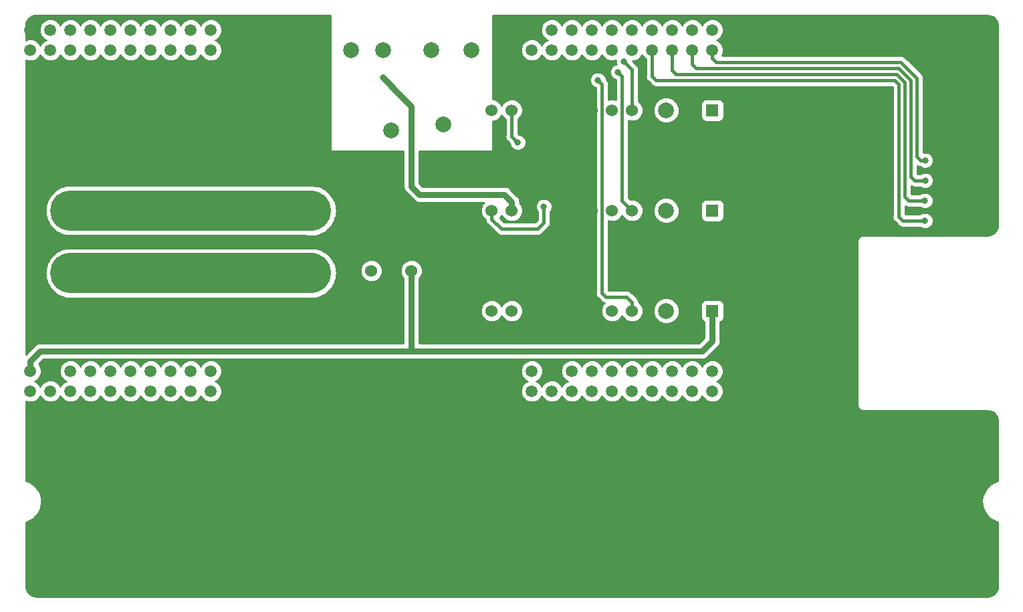
<source format=gbr>
G04 #@! TF.GenerationSoftware,KiCad,Pcbnew,(5.0.2)-1*
G04 #@! TF.CreationDate,2019-04-27T00:56:09-05:00*
G04 #@! TF.ProjectId,ArmDriveBoard_Hardware,41726d44-7269-4766-9542-6f6172645f48,rev?*
G04 #@! TF.SameCoordinates,Original*
G04 #@! TF.FileFunction,Copper,L2,Bot*
G04 #@! TF.FilePolarity,Positive*
%FSLAX46Y46*%
G04 Gerber Fmt 4.6, Leading zero omitted, Abs format (unit mm)*
G04 Created by KiCad (PCBNEW (5.0.2)-1) date 4/27/2019 12:56:09 AM*
%MOMM*%
%LPD*%
G01*
G04 APERTURE LIST*
G04 #@! TA.AperFunction,ComponentPad*
%ADD10C,2.000000*%
G04 #@! TD*
G04 #@! TA.AperFunction,ComponentPad*
%ADD11C,5.080000*%
G04 #@! TD*
G04 #@! TA.AperFunction,ComponentPad*
%ADD12C,1.524000*%
G04 #@! TD*
G04 #@! TA.AperFunction,ComponentPad*
%ADD13C,1.520000*%
G04 #@! TD*
G04 #@! TA.AperFunction,ComponentPad*
%ADD14R,1.600000X1.600000*%
G04 #@! TD*
G04 #@! TA.AperFunction,ComponentPad*
%ADD15C,1.600000*%
G04 #@! TD*
G04 #@! TA.AperFunction,ViaPad*
%ADD16C,0.800000*%
G04 #@! TD*
G04 #@! TA.AperFunction,Conductor*
%ADD17C,0.762000*%
G04 #@! TD*
G04 #@! TA.AperFunction,Conductor*
%ADD18C,0.381000*%
G04 #@! TD*
G04 #@! TA.AperFunction,Conductor*
%ADD19C,5.080000*%
G04 #@! TD*
G04 #@! TA.AperFunction,Conductor*
%ADD20C,0.254000*%
G04 #@! TD*
G04 APERTURE END LIST*
D10*
G04 #@! TO.P,REF\002A\002A,1*
G04 #@! TO.N,GND*
X184404000Y-104140000D03*
G04 #@! TD*
D11*
G04 #@! TO.P,Conn12,3*
G04 #@! TO.N,+12V*
X157480000Y-117120000D03*
G04 #@! TO.P,Conn12,2*
G04 #@! TO.N,/V+Log*
X157480000Y-109220000D03*
G04 #@! TO.P,Conn12,1*
G04 #@! TO.N,GND*
X157480000Y-101320000D03*
G04 #@! TD*
G04 #@! TO.P,Conn1,1*
G04 #@! TO.N,GND*
X167640000Y-101346000D03*
G04 #@! TO.P,Conn1,2*
G04 #@! TO.N,/V+Log*
X167640000Y-109246000D03*
G04 #@! TO.P,Conn1,3*
G04 #@! TO.N,+12V*
X167640000Y-117146000D03*
G04 #@! TD*
D10*
G04 #@! TO.P,REF\002A\002A,1*
G04 #@! TO.N,+24V*
X184404000Y-98298000D03*
G04 #@! TD*
G04 #@! TO.P,REF\002A\002A,1*
G04 #@! TO.N,Servo3_PWM*
X212598000Y-121920000D03*
G04 #@! TD*
G04 #@! TO.P,REF\002A\002A,1*
G04 #@! TO.N,Servo2_PWM*
X212598000Y-109220000D03*
G04 #@! TD*
G04 #@! TO.P,REF\002A\002A,1*
G04 #@! TO.N,Servo1_PWM*
X212598000Y-96520000D03*
G04 #@! TD*
G04 #@! TO.P,REF\002A\002A,1*
G04 #@! TO.N,GND*
X177800000Y-99060000D03*
G04 #@! TD*
G04 #@! TO.P,REF\002A\002A,1*
G04 #@! TO.N,Net-(Conn4-Pad2)*
X176784000Y-88900000D03*
G04 #@! TD*
G04 #@! TO.P,REF\002A\002A,1*
G04 #@! TO.N,Net-(Conn6-Pad2)*
X187960000Y-88900000D03*
G04 #@! TD*
G04 #@! TO.P,REF\002A\002A,1*
G04 #@! TO.N,Solenoid_Control*
X182880000Y-88900000D03*
G04 #@! TD*
D12*
G04 #@! TO.P,Conn4,2*
G04 #@! TO.N,Net-(Conn4-Pad2)*
X193040000Y-109220000D03*
G04 #@! TO.P,Conn4,1*
G04 #@! TO.N,+12V*
X190500000Y-109220000D03*
G04 #@! TD*
G04 #@! TO.P,Conn5,1*
G04 #@! TO.N,+12V*
X190500000Y-121920000D03*
G04 #@! TO.P,Conn5,2*
G04 #@! TO.N,Net-(Conn4-Pad2)*
X193040000Y-121920000D03*
G04 #@! TD*
G04 #@! TO.P,Conn6,2*
G04 #@! TO.N,Net-(Conn6-Pad2)*
X193040000Y-96520000D03*
G04 #@! TO.P,Conn6,1*
G04 #@! TO.N,+24V*
X190500000Y-96520000D03*
G04 #@! TD*
G04 #@! TO.P,Conn7,3*
G04 #@! TO.N,Servo1_PWM*
X208280000Y-96520000D03*
G04 #@! TO.P,Conn7,2*
G04 #@! TO.N,+5V*
X205740000Y-96520000D03*
G04 #@! TO.P,Conn7,1*
G04 #@! TO.N,GND*
X203200000Y-96520000D03*
G04 #@! TD*
G04 #@! TO.P,Conn8,1*
G04 #@! TO.N,GND*
X203200000Y-109220000D03*
G04 #@! TO.P,Conn8,2*
G04 #@! TO.N,+5V*
X205740000Y-109220000D03*
G04 #@! TO.P,Conn8,3*
G04 #@! TO.N,Servo2_PWM*
X208280000Y-109220000D03*
G04 #@! TD*
G04 #@! TO.P,Conn9,1*
G04 #@! TO.N,GND*
X203200000Y-121920000D03*
G04 #@! TO.P,Conn9,2*
G04 #@! TO.N,+5V*
X205740000Y-121920000D03*
G04 #@! TO.P,Conn9,3*
G04 #@! TO.N,Servo3_PWM*
X208280000Y-121920000D03*
G04 #@! TD*
D11*
G04 #@! TO.P,Conn10,1*
G04 #@! TO.N,GND*
X137160000Y-101320000D03*
G04 #@! TO.P,Conn10,2*
G04 #@! TO.N,/V+Log*
X137160000Y-109220000D03*
G04 #@! TO.P,Conn10,3*
G04 #@! TO.N,+12V*
X137160000Y-117120000D03*
G04 #@! TD*
G04 #@! TO.P,Conn11,1*
G04 #@! TO.N,GND*
X147320000Y-101320000D03*
G04 #@! TO.P,Conn11,2*
G04 #@! TO.N,/V+Log*
X147320000Y-109220000D03*
G04 #@! TO.P,Conn11,3*
G04 #@! TO.N,+12V*
X147320000Y-117120000D03*
G04 #@! TD*
D13*
G04 #@! TO.P,U1,+3V3`*
G04 #@! TO.N,Net-(U1-Pad+3V3`)*
X195580000Y-132080000D03*
G04 #@! TO.P,U1,PM6*
G04 #@! TO.N,Net-(U1-PadPM6)*
X218440000Y-86360000D03*
G04 #@! TO.P,U1,PQ1*
G04 #@! TO.N,Net-(U1-PadPQ1)*
X215900000Y-86360000D03*
G04 #@! TO.P,U1,PQ2*
G04 #@! TO.N,Net-(U1-PadPQ2)*
X208280000Y-86360000D03*
G04 #@! TO.P,U1,PK0*
G04 #@! TO.N,RX_3_IC*
X205740000Y-129540000D03*
G04 #@! TO.P,U1,PQ3*
G04 #@! TO.N,Net-(U1-PadPQ3)*
X210820000Y-86360000D03*
G04 #@! TO.P,U1,PP3*
G04 #@! TO.N,Net-(U1-PadPP3)*
X213360000Y-86360000D03*
G04 #@! TO.P,U1,PQ0*
G04 #@! TO.N,Net-(U1-PadPQ0)*
X210820000Y-132080000D03*
G04 #@! TO.P,U1,PA4*
G04 #@! TO.N,RX_1_IC*
X215900000Y-129540000D03*
G04 #@! TO.P,U1,Rese`*
G04 #@! TO.N,N/C*
X205740000Y-86360000D03*
G04 #@! TO.P,U1,PA7*
G04 #@! TO.N,Net-(U1-PadPA7)*
X203200000Y-86360000D03*
G04 #@! TO.P,U1,PN5*
G04 #@! TO.N,Net-(U1-PadPN5)*
X215900000Y-132080000D03*
G04 #@! TO.P,U1,PK2*
G04 #@! TO.N,Net-(U1-PadPK2)*
X210820000Y-129540000D03*
G04 #@! TO.P,U1,PK1*
G04 #@! TO.N,TX_3_IC*
X208280000Y-129540000D03*
G04 #@! TO.P,U1,+5V`*
G04 #@! TO.N,N/C*
X195580000Y-129540000D03*
G04 #@! TO.P,U1,GND*
G04 #@! TO.N,GND*
X198120000Y-129540000D03*
G04 #@! TO.P,U1,PB4*
G04 #@! TO.N,Net-(U1-PadPB4)*
X200660000Y-129540000D03*
G04 #@! TO.P,U1,PB5*
G04 #@! TO.N,Net-(U1-PadPB5)*
X203200000Y-129540000D03*
G04 #@! TO.P,U1,PK3*
G04 #@! TO.N,Net-(U1-PadPK3)*
X213360000Y-129540000D03*
G04 #@! TO.P,U1,PA5*
G04 #@! TO.N,TX_1_IC*
X218440000Y-129540000D03*
G04 #@! TO.P,U1,PD2*
G04 #@! TO.N,Net-(U1-PadPD2)*
X198120000Y-132080000D03*
G04 #@! TO.P,U1,PP0*
G04 #@! TO.N,RX_2_IC*
X200660000Y-132080000D03*
G04 #@! TO.P,U1,PP1*
G04 #@! TO.N,TX_2_IC*
X203200000Y-132080000D03*
G04 #@! TO.P,U1,PD4*
G04 #@! TO.N,Net-(U1-PadPD4)*
X205740000Y-132080000D03*
G04 #@! TO.P,U1,PD5*
G04 #@! TO.N,Net-(U1-PadPD5)*
X208280000Y-132080000D03*
G04 #@! TO.P,U1,PP4*
G04 #@! TO.N,Net-(U1-PadPP4)*
X213360000Y-132080000D03*
G04 #@! TO.P,U1,PN4*
G04 #@! TO.N,Net-(U1-PadPN4)*
X218440000Y-132080000D03*
G04 #@! TO.P,U1,PG1*
G04 #@! TO.N,Servo3_PWM*
X195580000Y-88900000D03*
G04 #@! TO.P,U1,PK4*
G04 #@! TO.N,Servo2_PWM*
X198120000Y-88900000D03*
G04 #@! TO.P,U1,PK5*
G04 #@! TO.N,Servo1_PWM*
X200660000Y-88900000D03*
G04 #@! TO.P,U1,PM0*
G04 #@! TO.N,Net-(U1-PadPM0)*
X203200000Y-88900000D03*
G04 #@! TO.P,U1,PM1*
G04 #@! TO.N,Net-(U1-PadPM1)*
X205740000Y-88900000D03*
G04 #@! TO.P,U1,PM2*
G04 #@! TO.N,Net-(U1-PadPM2)*
X208280000Y-88900000D03*
G04 #@! TO.P,U1,PH0*
G04 #@! TO.N,SW_IND_ERR*
X210820000Y-88900000D03*
G04 #@! TO.P,U1,PH1*
G04 #@! TO.N,SW_IND_3*
X213360000Y-88900000D03*
G04 #@! TO.P,U1,PK6*
G04 #@! TO.N,SW_IND_2*
X215900000Y-88900000D03*
G04 #@! TO.P,U1,PK7*
G04 #@! TO.N,SW_IND_1*
X218440000Y-88900000D03*
G04 #@! TO.P,U1,GND*
G04 #@! TO.N,GND*
X195580000Y-86360000D03*
G04 #@! TO.P,U1,PM7*
G04 #@! TO.N,Net-(U1-PadPM7)*
X198120000Y-86360000D03*
G04 #@! TO.P,U1,PP5*
G04 #@! TO.N,Net-(U1-PadPP5)*
X200660000Y-86360000D03*
G04 #@! TO.P,U1,+5V*
G04 #@! TO.N,+5V*
X132080000Y-129540000D03*
G04 #@! TO.P,U1,GND*
G04 #@! TO.N,GND*
X134620000Y-129540000D03*
G04 #@! TO.P,U1,PE0*
G04 #@! TO.N,Net-(U1-PadPE0)*
X137160000Y-129540000D03*
G04 #@! TO.P,U1,PE1*
G04 #@! TO.N,Net-(U1-PadPE1)*
X139700000Y-129540000D03*
G04 #@! TO.P,U1,PE2*
G04 #@! TO.N,Net-(U1-PadPE2)*
X142240000Y-129540000D03*
G04 #@! TO.P,U1,PE3*
G04 #@! TO.N,Net-(U1-PadPE3)*
X144780000Y-129540000D03*
G04 #@! TO.P,U1,PD7*
G04 #@! TO.N,Net-(U1-PadPD7)*
X147320000Y-129540000D03*
G04 #@! TO.P,U1,PA6*
G04 #@! TO.N,Net-(U1-PadPA6)*
X149860000Y-129540000D03*
G04 #@! TO.P,U1,PM4*
G04 #@! TO.N,Net-(U1-PadPM4)*
X152400000Y-129540000D03*
G04 #@! TO.P,U1,PM5*
G04 #@! TO.N,Net-(U1-PadPM5)*
X154940000Y-129540000D03*
G04 #@! TO.P,U1,+3V3*
G04 #@! TO.N,Net-(U1-Pad+3V3)*
X132080000Y-132080000D03*
G04 #@! TO.P,U1,PE4*
G04 #@! TO.N,Net-(U1-PadPE4)*
X134620000Y-132080000D03*
G04 #@! TO.P,U1,PC4*
G04 #@! TO.N,RX_4_IC*
X137160000Y-132080000D03*
G04 #@! TO.P,U1,PC5*
G04 #@! TO.N,TX_4_IC*
X139700000Y-132080000D03*
G04 #@! TO.P,U1,PC6*
G04 #@! TO.N,Net-(U1-PadPC6)*
X142240000Y-132080000D03*
G04 #@! TO.P,U1,PE5*
G04 #@! TO.N,Net-(U1-PadPE5)*
X144780000Y-132080000D03*
G04 #@! TO.P,U1,PD3*
G04 #@! TO.N,Net-(U1-PadPD3)*
X147320000Y-132080000D03*
G04 #@! TO.P,U1,PC7*
G04 #@! TO.N,Net-(U1-PadPC7)*
X149860000Y-132080000D03*
G04 #@! TO.P,U1,PB2*
G04 #@! TO.N,Net-(U1-PadPB2)*
X152400000Y-132080000D03*
G04 #@! TO.P,U1,PB3*
G04 #@! TO.N,Net-(U1-PadPB3)*
X154940000Y-132080000D03*
G04 #@! TO.P,U1,PF1*
G04 #@! TO.N,Net-(U1-PadPF1)*
X132080000Y-88900000D03*
G04 #@! TO.P,U1,PF2*
G04 #@! TO.N,Net-(U1-PadPF2)*
X134620000Y-88900000D03*
G04 #@! TO.P,U1,PF3*
G04 #@! TO.N,Net-(U1-PadPF3)*
X137160000Y-88900000D03*
G04 #@! TO.P,U1,PG0*
G04 #@! TO.N,Net-(U1-PadPG0)*
X139700000Y-88900000D03*
G04 #@! TO.P,U1,PL4*
G04 #@! TO.N,Net-(U1-PadPL4)*
X142240000Y-88900000D03*
G04 #@! TO.P,U1,PL5*
G04 #@! TO.N,Net-(U1-PadPL5)*
X144780000Y-88900000D03*
G04 #@! TO.P,U1,PL0*
G04 #@! TO.N,Net-(U1-PadPL0)*
X147320000Y-88900000D03*
G04 #@! TO.P,U1,PL1*
G04 #@! TO.N,Net-(U1-PadPL1)*
X149860000Y-88900000D03*
G04 #@! TO.P,U1,PL2*
G04 #@! TO.N,Net-(U1-PadPL2)*
X152400000Y-88900000D03*
G04 #@! TO.P,U1,PL3*
G04 #@! TO.N,Net-(U1-PadPL3)*
X154940000Y-88900000D03*
G04 #@! TO.P,U1,GND*
G04 #@! TO.N,GND*
X132080000Y-86360000D03*
G04 #@! TO.P,U1,PM3*
G04 #@! TO.N,Net-(U1-PadPM3)*
X134620000Y-86360000D03*
G04 #@! TO.P,U1,PH2*
G04 #@! TO.N,Net-(U1-PadPH2)*
X137160000Y-86360000D03*
G04 #@! TO.P,U1,PH3*
G04 #@! TO.N,Net-(U1-PadPH3)*
X139700000Y-86360000D03*
G04 #@! TO.P,U1,Rese*
G04 #@! TO.N,Net-(U1-PadRese)*
X142240000Y-86360000D03*
G04 #@! TO.P,U1,PD1*
G04 #@! TO.N,Net-(U1-PadPD1)*
X144780000Y-86360000D03*
G04 #@! TO.P,U1,PD0*
G04 #@! TO.N,Net-(U1-PadPD0)*
X147320000Y-86360000D03*
G04 #@! TO.P,U1,PN2*
G04 #@! TO.N,Net-(U1-PadPN2)*
X149860000Y-86360000D03*
G04 #@! TO.P,U1,PN3*
G04 #@! TO.N,Laser_Control*
X152400000Y-86360000D03*
G04 #@! TO.P,U1,PP2*
G04 #@! TO.N,Solenoid_Control*
X154940000Y-86360000D03*
G04 #@! TD*
D12*
G04 #@! TO.P,U3,3*
G04 #@! TO.N,+5V*
X180340000Y-116840000D03*
G04 #@! TO.P,U3,2*
G04 #@! TO.N,GND*
X177800000Y-116840000D03*
G04 #@! TO.P,U3,1*
G04 #@! TO.N,/V+Log*
X175260000Y-116840000D03*
G04 #@! TD*
D14*
G04 #@! TO.P,C1,1*
G04 #@! TO.N,+5V*
X218440000Y-96520000D03*
D15*
G04 #@! TO.P,C1,2*
G04 #@! TO.N,GND*
X221940000Y-96520000D03*
G04 #@! TD*
G04 #@! TO.P,C2,2*
G04 #@! TO.N,GND*
X221940000Y-109220000D03*
D14*
G04 #@! TO.P,C2,1*
G04 #@! TO.N,+5V*
X218440000Y-109220000D03*
G04 #@! TD*
G04 #@! TO.P,C4,1*
G04 #@! TO.N,+5V*
X218440000Y-121920000D03*
D15*
G04 #@! TO.P,C4,2*
G04 #@! TO.N,GND*
X221940000Y-121920000D03*
G04 #@! TD*
D10*
G04 #@! TO.P,REF\002A\002A,1*
G04 #@! TO.N,Laser_Control*
X172720000Y-88900000D03*
G04 #@! TD*
D16*
G04 #@! TO.N,Servo1_PWM*
X207264000Y-90395500D03*
G04 #@! TO.N,Servo2_PWM*
X206502000Y-91694000D03*
G04 #@! TO.N,Servo3_PWM*
X203962000Y-92710000D03*
G04 #@! TO.N,SW_IND_1*
X245392000Y-102870000D03*
G04 #@! TO.N,SW_IND_2*
X245392000Y-105410000D03*
G04 #@! TO.N,SW_IND_3*
X245364000Y-107950000D03*
G04 #@! TO.N,SW_IND_ERR*
X245364000Y-110490000D03*
G04 #@! TO.N,+12V*
X197104000Y-108712000D03*
G04 #@! TO.N,Net-(Conn4-Pad2)*
X177800000Y-93472000D03*
X176718000Y-92390000D03*
G04 #@! TO.N,Net-(Conn6-Pad2)*
X193802000Y-100584000D03*
G04 #@! TD*
D17*
G04 #@! TO.N,+5V*
X218440000Y-123482000D02*
X218440000Y-121920000D01*
X218440000Y-121920000D02*
X218440000Y-125730000D01*
X218440000Y-125730000D02*
X217170000Y-127000000D01*
X217170000Y-127000000D02*
X170180000Y-127000000D01*
X180340000Y-118110000D02*
X180340000Y-116840000D01*
X180340000Y-127000000D02*
X180340000Y-118110000D01*
X170180000Y-127000000D02*
X133350000Y-127000000D01*
X132080000Y-129540000D02*
X132080000Y-128270000D01*
X132080000Y-128270000D02*
X133350000Y-127000000D01*
D18*
G04 #@! TO.N,Servo1_PWM*
X208280000Y-91411500D02*
X207264000Y-90395500D01*
X208280000Y-96520000D02*
X208280000Y-91411500D01*
G04 #@! TO.N,Servo2_PWM*
X208280000Y-109220000D02*
X207010000Y-107950000D01*
X207010000Y-107950000D02*
X207010000Y-94234000D01*
X207010000Y-94234000D02*
X207010000Y-92202000D01*
X207010000Y-92202000D02*
X206502000Y-91694000D01*
G04 #@! TO.N,Servo3_PWM*
X204470000Y-108458000D02*
X204470000Y-110372501D01*
X208280000Y-120842370D02*
X207579630Y-120142000D01*
X208280000Y-121920000D02*
X208280000Y-120842370D01*
X207579630Y-120142000D02*
X204978000Y-120142000D01*
X204470000Y-119634000D02*
X204470000Y-110372501D01*
X204978000Y-120142000D02*
X204470000Y-119634000D01*
X204470000Y-108458000D02*
X204470000Y-94488000D01*
X204470000Y-94488000D02*
X204470000Y-93218000D01*
X204470000Y-93218000D02*
X203962000Y-92710000D01*
G04 #@! TO.N,SW_IND_1*
X218440000Y-89974802D02*
X218889198Y-90424000D01*
X218440000Y-88900000D02*
X218440000Y-89974802D01*
X218889198Y-90424000D02*
X220980000Y-90424000D01*
X220980000Y-90424000D02*
X221234000Y-90424000D01*
X244856000Y-102870000D02*
X245392000Y-102870000D01*
X244348000Y-102362000D02*
X244856000Y-102870000D01*
X244348000Y-92456000D02*
X244348000Y-102362000D01*
X242316000Y-90424000D02*
X244348000Y-92456000D01*
X220980000Y-90424000D02*
X242316000Y-90424000D01*
G04 #@! TO.N,SW_IND_2*
X244094000Y-105410000D02*
X245392000Y-105410000D01*
X215900000Y-88900000D02*
X215900000Y-90678000D01*
X215900000Y-90678000D02*
X216408000Y-91186000D01*
X216408000Y-91186000D02*
X242062000Y-91186000D01*
X243586000Y-92710000D02*
X243586000Y-104902000D01*
X243586000Y-104902000D02*
X244094000Y-105410000D01*
X242062000Y-91186000D02*
X243586000Y-92710000D01*
G04 #@! TO.N,SW_IND_3*
X213360000Y-88900000D02*
X213360000Y-89974802D01*
X213360000Y-89974802D02*
X213360000Y-91440000D01*
X213360000Y-91440000D02*
X213868000Y-91948000D01*
X220472000Y-91948000D02*
X221234000Y-91948000D01*
X213868000Y-91948000D02*
X220472000Y-91948000D01*
X243332000Y-107950000D02*
X245364000Y-107950000D01*
X242824000Y-107442000D02*
X243332000Y-107950000D01*
X242824000Y-92964000D02*
X242824000Y-107442000D01*
X241808000Y-91948000D02*
X242824000Y-92964000D01*
X220472000Y-91948000D02*
X241808000Y-91948000D01*
G04 #@! TO.N,SW_IND_ERR*
X210820000Y-88900000D02*
X210820000Y-92202000D01*
X210820000Y-92202000D02*
X211328000Y-92710000D01*
X219964000Y-92710000D02*
X241554000Y-92710000D01*
X219964000Y-92710000D02*
X221234000Y-92710000D01*
X211328000Y-92710000D02*
X219964000Y-92710000D01*
X241554000Y-92710000D02*
X242062000Y-93218000D01*
X242062000Y-93218000D02*
X242062000Y-109982000D01*
X242570000Y-110490000D02*
X245364000Y-110490000D01*
X242062000Y-109982000D02*
X242570000Y-110490000D01*
D19*
G04 #@! TO.N,+12V*
X137186000Y-117120000D02*
X167640000Y-117120000D01*
D18*
X190500000Y-110297630D02*
X191708370Y-111506000D01*
X190500000Y-109220000D02*
X190500000Y-110297630D01*
X191708370Y-111506000D02*
X196342000Y-111506000D01*
X196342000Y-111506000D02*
X197104000Y-110744000D01*
X197104000Y-110744000D02*
X197104000Y-108712000D01*
D19*
G04 #@! TO.N,/V+Log*
X167640000Y-109220000D02*
X137186000Y-109220000D01*
D17*
G04 #@! TO.N,Net-(Conn4-Pad2)*
X177800000Y-93472000D02*
X180340000Y-96012000D01*
X193040000Y-108142370D02*
X192085630Y-107188000D01*
X193040000Y-109220000D02*
X193040000Y-108142370D01*
X181356000Y-107188000D02*
X180340000Y-106172000D01*
X192085630Y-107188000D02*
X181356000Y-107188000D01*
X180340000Y-96012000D02*
X180340000Y-106172000D01*
X180340000Y-96012000D02*
X176718000Y-92390000D01*
D18*
G04 #@! TO.N,Net-(Conn6-Pad2)*
X193040000Y-96520000D02*
X193040000Y-99822000D01*
X193040000Y-99822000D02*
X193802000Y-100584000D01*
G04 #@! TD*
D20*
G04 #@! TO.N,GND*
G36*
X170053000Y-101600000D02*
X170062667Y-101648601D01*
X170090197Y-101689803D01*
X170131399Y-101717333D01*
X170180000Y-101727000D01*
X179324001Y-101727000D01*
X179324001Y-106071932D01*
X179304096Y-106172000D01*
X179374982Y-106528365D01*
X179382950Y-106568423D01*
X179607506Y-106904495D01*
X179692337Y-106961177D01*
X180566822Y-107835663D01*
X180623505Y-107920495D01*
X180959577Y-108145051D01*
X181255935Y-108204000D01*
X181255936Y-108204000D01*
X181356000Y-108223904D01*
X181456063Y-108204000D01*
X189540343Y-108204000D01*
X189315680Y-108428663D01*
X189103000Y-108942119D01*
X189103000Y-109497881D01*
X189315680Y-110011337D01*
X189672321Y-110367978D01*
X189707444Y-110544552D01*
X189722397Y-110619724D01*
X189904849Y-110892782D01*
X189973775Y-110938837D01*
X191067163Y-112032226D01*
X191113218Y-112101152D01*
X191386276Y-112283604D01*
X191627067Y-112331500D01*
X191627071Y-112331500D01*
X191708369Y-112347671D01*
X191789667Y-112331500D01*
X196260699Y-112331500D01*
X196342000Y-112347672D01*
X196423301Y-112331500D01*
X196423303Y-112331500D01*
X196664094Y-112283604D01*
X196937152Y-112101152D01*
X196983209Y-112032223D01*
X197630226Y-111385207D01*
X197699152Y-111339152D01*
X197802885Y-111183905D01*
X197881604Y-111066095D01*
X197945672Y-110744000D01*
X197929500Y-110662697D01*
X197929500Y-109350211D01*
X197981431Y-109298280D01*
X198139000Y-108917874D01*
X198139000Y-108506126D01*
X197981431Y-108125720D01*
X197690280Y-107834569D01*
X197309874Y-107677000D01*
X196898126Y-107677000D01*
X196517720Y-107834569D01*
X196226569Y-108125720D01*
X196069000Y-108506126D01*
X196069000Y-108917874D01*
X196226569Y-109298280D01*
X196278501Y-109350212D01*
X196278500Y-110402067D01*
X196000068Y-110680500D01*
X192050303Y-110680500D01*
X191532730Y-110162927D01*
X191684320Y-110011337D01*
X191770000Y-109804487D01*
X191855680Y-110011337D01*
X192248663Y-110404320D01*
X192762119Y-110617000D01*
X193317881Y-110617000D01*
X193831337Y-110404320D01*
X194224320Y-110011337D01*
X194437000Y-109497881D01*
X194437000Y-108942119D01*
X194224320Y-108428663D01*
X194056000Y-108260343D01*
X194056000Y-108242433D01*
X194075904Y-108142370D01*
X194054682Y-108035680D01*
X193997051Y-107745947D01*
X193772495Y-107409875D01*
X193687663Y-107353192D01*
X192874809Y-106540339D01*
X192818125Y-106455505D01*
X192482053Y-106230949D01*
X192185695Y-106172000D01*
X192185693Y-106172000D01*
X192085630Y-106152096D01*
X191985567Y-106172000D01*
X181776841Y-106172000D01*
X181356000Y-105751160D01*
X181356000Y-101727000D01*
X190500000Y-101727000D01*
X190548601Y-101717333D01*
X190589803Y-101689803D01*
X190617333Y-101648601D01*
X190627000Y-101600000D01*
X190627000Y-97917000D01*
X190777881Y-97917000D01*
X191291337Y-97704320D01*
X191684320Y-97311337D01*
X191770000Y-97104487D01*
X191855680Y-97311337D01*
X192214500Y-97670157D01*
X192214501Y-99740694D01*
X192198328Y-99822000D01*
X192245227Y-100057773D01*
X192262397Y-100144094D01*
X192444849Y-100417152D01*
X192513775Y-100463207D01*
X192767000Y-100716432D01*
X192767000Y-100789874D01*
X192924569Y-101170280D01*
X193215720Y-101461431D01*
X193596126Y-101619000D01*
X194007874Y-101619000D01*
X194388280Y-101461431D01*
X194679431Y-101170280D01*
X194837000Y-100789874D01*
X194837000Y-100378126D01*
X194679431Y-99997720D01*
X194388280Y-99706569D01*
X194007874Y-99549000D01*
X193934432Y-99549000D01*
X193865500Y-99480068D01*
X193865500Y-97670157D01*
X194224320Y-97311337D01*
X194437000Y-96797881D01*
X194437000Y-96242119D01*
X194224320Y-95728663D01*
X193831337Y-95335680D01*
X193317881Y-95123000D01*
X192762119Y-95123000D01*
X192248663Y-95335680D01*
X191855680Y-95728663D01*
X191770000Y-95935513D01*
X191684320Y-95728663D01*
X191291337Y-95335680D01*
X190777881Y-95123000D01*
X190627000Y-95123000D01*
X190627000Y-88622517D01*
X194185000Y-88622517D01*
X194185000Y-89177483D01*
X194397376Y-89690204D01*
X194789796Y-90082624D01*
X195302517Y-90295000D01*
X195857483Y-90295000D01*
X196370204Y-90082624D01*
X196762624Y-89690204D01*
X196850000Y-89479260D01*
X196937376Y-89690204D01*
X197329796Y-90082624D01*
X197842517Y-90295000D01*
X198397483Y-90295000D01*
X198910204Y-90082624D01*
X199302624Y-89690204D01*
X199390000Y-89479260D01*
X199477376Y-89690204D01*
X199869796Y-90082624D01*
X200382517Y-90295000D01*
X200937483Y-90295000D01*
X201450204Y-90082624D01*
X201842624Y-89690204D01*
X201930000Y-89479260D01*
X202017376Y-89690204D01*
X202409796Y-90082624D01*
X202922517Y-90295000D01*
X203477483Y-90295000D01*
X203990204Y-90082624D01*
X204382624Y-89690204D01*
X204470000Y-89479260D01*
X204557376Y-89690204D01*
X204949796Y-90082624D01*
X205462517Y-90295000D01*
X206017483Y-90295000D01*
X206229000Y-90207387D01*
X206229000Y-90601374D01*
X206259204Y-90674293D01*
X205915720Y-90816569D01*
X205624569Y-91107720D01*
X205467000Y-91488126D01*
X205467000Y-91899874D01*
X205624569Y-92280280D01*
X205915720Y-92571431D01*
X206184501Y-92682763D01*
X206184500Y-94315302D01*
X206184501Y-94315307D01*
X206184501Y-95192016D01*
X206017881Y-95123000D01*
X205462119Y-95123000D01*
X205295500Y-95192016D01*
X205295500Y-93299297D01*
X205311671Y-93217999D01*
X205295500Y-93136701D01*
X205295500Y-93136697D01*
X205247604Y-92895906D01*
X205065152Y-92622848D01*
X204997000Y-92577310D01*
X204997000Y-92504126D01*
X204839431Y-92123720D01*
X204548280Y-91832569D01*
X204167874Y-91675000D01*
X203756126Y-91675000D01*
X203375720Y-91832569D01*
X203084569Y-92123720D01*
X202927000Y-92504126D01*
X202927000Y-92915874D01*
X203084569Y-93296280D01*
X203375720Y-93587431D01*
X203644501Y-93698763D01*
X203644500Y-94569302D01*
X203644501Y-94569307D01*
X203644500Y-108376697D01*
X203644500Y-108376698D01*
X203644501Y-110291198D01*
X203644500Y-119552698D01*
X203628328Y-119634000D01*
X203644500Y-119715301D01*
X203644500Y-119715302D01*
X203692396Y-119956093D01*
X203874848Y-120229152D01*
X203943776Y-120275209D01*
X204336793Y-120668225D01*
X204382848Y-120737152D01*
X204655906Y-120919604D01*
X204746683Y-120937660D01*
X204555680Y-121128663D01*
X204343000Y-121642119D01*
X204343000Y-122197881D01*
X204555680Y-122711337D01*
X204948663Y-123104320D01*
X205462119Y-123317000D01*
X206017881Y-123317000D01*
X206531337Y-123104320D01*
X206924320Y-122711337D01*
X207010000Y-122504487D01*
X207095680Y-122711337D01*
X207488663Y-123104320D01*
X208002119Y-123317000D01*
X208557881Y-123317000D01*
X209071337Y-123104320D01*
X209464320Y-122711337D01*
X209677000Y-122197881D01*
X209677000Y-121642119D01*
X209657391Y-121594778D01*
X210963000Y-121594778D01*
X210963000Y-122245222D01*
X211211914Y-122846153D01*
X211671847Y-123306086D01*
X212272778Y-123555000D01*
X212923222Y-123555000D01*
X213524153Y-123306086D01*
X213984086Y-122846153D01*
X214233000Y-122245222D01*
X214233000Y-121594778D01*
X213984086Y-120993847D01*
X213524153Y-120533914D01*
X212923222Y-120285000D01*
X212272778Y-120285000D01*
X211671847Y-120533914D01*
X211211914Y-120993847D01*
X210963000Y-121594778D01*
X209657391Y-121594778D01*
X209464320Y-121128663D01*
X209107679Y-120772022D01*
X209057604Y-120520275D01*
X208966586Y-120384059D01*
X208875152Y-120247218D01*
X208806226Y-120201163D01*
X208220839Y-119615777D01*
X208174782Y-119546848D01*
X207901724Y-119364396D01*
X207660933Y-119316500D01*
X207660931Y-119316500D01*
X207579630Y-119300328D01*
X207498329Y-119316500D01*
X205319933Y-119316500D01*
X205295500Y-119292068D01*
X205295500Y-110547984D01*
X205462119Y-110617000D01*
X206017881Y-110617000D01*
X206531337Y-110404320D01*
X206924320Y-110011337D01*
X207010000Y-109804487D01*
X207095680Y-110011337D01*
X207488663Y-110404320D01*
X208002119Y-110617000D01*
X208557881Y-110617000D01*
X209071337Y-110404320D01*
X209464320Y-110011337D01*
X209677000Y-109497881D01*
X209677000Y-108942119D01*
X209657391Y-108894778D01*
X210963000Y-108894778D01*
X210963000Y-109545222D01*
X211211914Y-110146153D01*
X211671847Y-110606086D01*
X212272778Y-110855000D01*
X212923222Y-110855000D01*
X213524153Y-110606086D01*
X213984086Y-110146153D01*
X214233000Y-109545222D01*
X214233000Y-108894778D01*
X214036341Y-108420000D01*
X216992560Y-108420000D01*
X216992560Y-110020000D01*
X217041843Y-110267765D01*
X217182191Y-110477809D01*
X217392235Y-110618157D01*
X217640000Y-110667440D01*
X219240000Y-110667440D01*
X219487765Y-110618157D01*
X219697809Y-110477809D01*
X219838157Y-110267765D01*
X219887440Y-110020000D01*
X219887440Y-108420000D01*
X219838157Y-108172235D01*
X219697809Y-107962191D01*
X219487765Y-107821843D01*
X219240000Y-107772560D01*
X217640000Y-107772560D01*
X217392235Y-107821843D01*
X217182191Y-107962191D01*
X217041843Y-108172235D01*
X216992560Y-108420000D01*
X214036341Y-108420000D01*
X213984086Y-108293847D01*
X213524153Y-107833914D01*
X212923222Y-107585000D01*
X212272778Y-107585000D01*
X211671847Y-107833914D01*
X211211914Y-108293847D01*
X210963000Y-108894778D01*
X209657391Y-108894778D01*
X209464320Y-108428663D01*
X209071337Y-108035680D01*
X208557881Y-107823000D01*
X208050432Y-107823000D01*
X207835500Y-107608068D01*
X207835500Y-97847984D01*
X208002119Y-97917000D01*
X208557881Y-97917000D01*
X209071337Y-97704320D01*
X209464320Y-97311337D01*
X209677000Y-96797881D01*
X209677000Y-96242119D01*
X209657391Y-96194778D01*
X210963000Y-96194778D01*
X210963000Y-96845222D01*
X211211914Y-97446153D01*
X211671847Y-97906086D01*
X212272778Y-98155000D01*
X212923222Y-98155000D01*
X213524153Y-97906086D01*
X213984086Y-97446153D01*
X214233000Y-96845222D01*
X214233000Y-96194778D01*
X214036341Y-95720000D01*
X216992560Y-95720000D01*
X216992560Y-97320000D01*
X217041843Y-97567765D01*
X217182191Y-97777809D01*
X217392235Y-97918157D01*
X217640000Y-97967440D01*
X219240000Y-97967440D01*
X219487765Y-97918157D01*
X219697809Y-97777809D01*
X219838157Y-97567765D01*
X219887440Y-97320000D01*
X219887440Y-95720000D01*
X219838157Y-95472235D01*
X219697809Y-95262191D01*
X219487765Y-95121843D01*
X219240000Y-95072560D01*
X217640000Y-95072560D01*
X217392235Y-95121843D01*
X217182191Y-95262191D01*
X217041843Y-95472235D01*
X216992560Y-95720000D01*
X214036341Y-95720000D01*
X213984086Y-95593847D01*
X213524153Y-95133914D01*
X212923222Y-94885000D01*
X212272778Y-94885000D01*
X211671847Y-95133914D01*
X211211914Y-95593847D01*
X210963000Y-96194778D01*
X209657391Y-96194778D01*
X209464320Y-95728663D01*
X209105500Y-95369843D01*
X209105500Y-91492801D01*
X209121672Y-91411500D01*
X209089448Y-91249500D01*
X209057604Y-91089406D01*
X208875152Y-90816348D01*
X208806226Y-90770293D01*
X208330932Y-90295000D01*
X208557483Y-90295000D01*
X209070204Y-90082624D01*
X209462624Y-89690204D01*
X209550000Y-89479260D01*
X209637376Y-89690204D01*
X209994500Y-90047328D01*
X209994501Y-92120694D01*
X209978328Y-92202000D01*
X210028852Y-92456000D01*
X210042397Y-92524094D01*
X210224849Y-92797152D01*
X210293774Y-92843206D01*
X210686793Y-93236225D01*
X210732848Y-93305152D01*
X211005906Y-93487604D01*
X211246697Y-93535500D01*
X211246701Y-93535500D01*
X211327999Y-93551671D01*
X211409297Y-93535500D01*
X241212068Y-93535500D01*
X241236500Y-93559933D01*
X241236501Y-109900694D01*
X241220328Y-109982000D01*
X241274811Y-110255904D01*
X241284397Y-110304094D01*
X241466849Y-110577152D01*
X241535774Y-110623207D01*
X241928793Y-111016225D01*
X241974848Y-111085152D01*
X242247906Y-111267604D01*
X242488697Y-111315500D01*
X242488701Y-111315500D01*
X242569999Y-111331671D01*
X242651297Y-111315500D01*
X244725789Y-111315500D01*
X244777720Y-111367431D01*
X245158126Y-111525000D01*
X245569874Y-111525000D01*
X245950280Y-111367431D01*
X246241431Y-111076280D01*
X246399000Y-110695874D01*
X246399000Y-110284126D01*
X246241431Y-109903720D01*
X245950280Y-109612569D01*
X245569874Y-109455000D01*
X245158126Y-109455000D01*
X244777720Y-109612569D01*
X244725789Y-109664500D01*
X242911933Y-109664500D01*
X242887500Y-109640068D01*
X242887500Y-108645815D01*
X243009906Y-108727604D01*
X243250697Y-108775500D01*
X243250701Y-108775500D01*
X243331999Y-108791671D01*
X243413297Y-108775500D01*
X244725789Y-108775500D01*
X244777720Y-108827431D01*
X245158126Y-108985000D01*
X245569874Y-108985000D01*
X245950280Y-108827431D01*
X246241431Y-108536280D01*
X246399000Y-108155874D01*
X246399000Y-107744126D01*
X246241431Y-107363720D01*
X245950280Y-107072569D01*
X245569874Y-106915000D01*
X245158126Y-106915000D01*
X244777720Y-107072569D01*
X244725789Y-107124500D01*
X243673933Y-107124500D01*
X243649500Y-107100068D01*
X243649500Y-106105815D01*
X243771906Y-106187604D01*
X244012697Y-106235500D01*
X244012701Y-106235500D01*
X244093999Y-106251671D01*
X244175297Y-106235500D01*
X244753789Y-106235500D01*
X244805720Y-106287431D01*
X245186126Y-106445000D01*
X245597874Y-106445000D01*
X245978280Y-106287431D01*
X246269431Y-105996280D01*
X246427000Y-105615874D01*
X246427000Y-105204126D01*
X246269431Y-104823720D01*
X245978280Y-104532569D01*
X245597874Y-104375000D01*
X245186126Y-104375000D01*
X244805720Y-104532569D01*
X244753789Y-104584500D01*
X244435933Y-104584500D01*
X244411500Y-104560068D01*
X244411500Y-103565815D01*
X244533906Y-103647604D01*
X244748598Y-103690309D01*
X244805720Y-103747431D01*
X245186126Y-103905000D01*
X245597874Y-103905000D01*
X245978280Y-103747431D01*
X246269431Y-103456280D01*
X246427000Y-103075874D01*
X246427000Y-102664126D01*
X246269431Y-102283720D01*
X245978280Y-101992569D01*
X245597874Y-101835000D01*
X245186126Y-101835000D01*
X245173500Y-101840230D01*
X245173500Y-92537301D01*
X245189672Y-92456000D01*
X245173500Y-92374697D01*
X245125604Y-92133906D01*
X244943152Y-91860848D01*
X244874226Y-91814793D01*
X242957209Y-89897777D01*
X242911152Y-89828848D01*
X242638094Y-89646396D01*
X242397303Y-89598500D01*
X242397301Y-89598500D01*
X242316000Y-89582328D01*
X242234699Y-89598500D01*
X219660609Y-89598500D01*
X219835000Y-89177483D01*
X219835000Y-88622517D01*
X219622624Y-88109796D01*
X219230204Y-87717376D01*
X219019260Y-87630000D01*
X219230204Y-87542624D01*
X219622624Y-87150204D01*
X219835000Y-86637483D01*
X219835000Y-86082517D01*
X219622624Y-85569796D01*
X219230204Y-85177376D01*
X218717483Y-84965000D01*
X218162517Y-84965000D01*
X217649796Y-85177376D01*
X217257376Y-85569796D01*
X217170000Y-85780740D01*
X217082624Y-85569796D01*
X216690204Y-85177376D01*
X216177483Y-84965000D01*
X215622517Y-84965000D01*
X215109796Y-85177376D01*
X214717376Y-85569796D01*
X214630000Y-85780740D01*
X214542624Y-85569796D01*
X214150204Y-85177376D01*
X213637483Y-84965000D01*
X213082517Y-84965000D01*
X212569796Y-85177376D01*
X212177376Y-85569796D01*
X212090000Y-85780740D01*
X212002624Y-85569796D01*
X211610204Y-85177376D01*
X211097483Y-84965000D01*
X210542517Y-84965000D01*
X210029796Y-85177376D01*
X209637376Y-85569796D01*
X209550000Y-85780740D01*
X209462624Y-85569796D01*
X209070204Y-85177376D01*
X208557483Y-84965000D01*
X208002517Y-84965000D01*
X207489796Y-85177376D01*
X207097376Y-85569796D01*
X207010000Y-85780740D01*
X206922624Y-85569796D01*
X206530204Y-85177376D01*
X206017483Y-84965000D01*
X205462517Y-84965000D01*
X204949796Y-85177376D01*
X204557376Y-85569796D01*
X204470000Y-85780740D01*
X204382624Y-85569796D01*
X203990204Y-85177376D01*
X203477483Y-84965000D01*
X202922517Y-84965000D01*
X202409796Y-85177376D01*
X202017376Y-85569796D01*
X201930000Y-85780740D01*
X201842624Y-85569796D01*
X201450204Y-85177376D01*
X200937483Y-84965000D01*
X200382517Y-84965000D01*
X199869796Y-85177376D01*
X199477376Y-85569796D01*
X199390000Y-85780740D01*
X199302624Y-85569796D01*
X198910204Y-85177376D01*
X198397483Y-84965000D01*
X197842517Y-84965000D01*
X197329796Y-85177376D01*
X196937376Y-85569796D01*
X196725000Y-86082517D01*
X196725000Y-86637483D01*
X196937376Y-87150204D01*
X197329796Y-87542624D01*
X197540740Y-87630000D01*
X197329796Y-87717376D01*
X196937376Y-88109796D01*
X196850000Y-88320740D01*
X196762624Y-88109796D01*
X196370204Y-87717376D01*
X195857483Y-87505000D01*
X195302517Y-87505000D01*
X194789796Y-87717376D01*
X194397376Y-88109796D01*
X194185000Y-88622517D01*
X190627000Y-88622517D01*
X190627000Y-84505000D01*
X253189197Y-84505000D01*
X253614097Y-84565851D01*
X253959959Y-84723105D01*
X254247784Y-84971110D01*
X254454432Y-85289929D01*
X254570079Y-85676626D01*
X254585001Y-85877426D01*
X254585000Y-110949196D01*
X254524149Y-111374098D01*
X254366895Y-111719959D01*
X254118891Y-112007782D01*
X253800071Y-112214432D01*
X253413373Y-112330079D01*
X253212587Y-112345000D01*
X237557462Y-112345000D01*
X237490000Y-112331581D01*
X237422539Y-112345000D01*
X237422538Y-112345000D01*
X237222727Y-112384745D01*
X236996143Y-112536143D01*
X236844745Y-112762727D01*
X236791581Y-113030000D01*
X236805001Y-113097467D01*
X236805000Y-133790538D01*
X236791581Y-133858000D01*
X236844745Y-134125273D01*
X236996143Y-134351857D01*
X237222727Y-134503255D01*
X237490000Y-134556419D01*
X237557461Y-134543000D01*
X253189197Y-134543000D01*
X253614097Y-134603851D01*
X253959959Y-134761105D01*
X254247784Y-135009110D01*
X254454432Y-135327929D01*
X254570079Y-135714626D01*
X254585001Y-135915426D01*
X254585000Y-143440378D01*
X254221404Y-143549116D01*
X254137032Y-143588101D01*
X254052147Y-143626072D01*
X254045096Y-143630581D01*
X253561637Y-143943945D01*
X253491596Y-144005045D01*
X253420783Y-144065312D01*
X253415285Y-144071615D01*
X253415281Y-144071619D01*
X253415278Y-144071624D01*
X253039205Y-144508078D01*
X252989120Y-144586393D01*
X252938076Y-144664100D01*
X252934569Y-144671691D01*
X252934565Y-144671697D01*
X252934563Y-144671703D01*
X252696105Y-145196164D01*
X252670023Y-145285358D01*
X252642831Y-145374298D01*
X252641594Y-145382575D01*
X252559918Y-145952891D01*
X252559918Y-146022763D01*
X252554314Y-146092415D01*
X252554884Y-146100765D01*
X252577204Y-146401114D01*
X252592207Y-146469353D01*
X252601691Y-146538585D01*
X252604040Y-146546618D01*
X252769116Y-147098595D01*
X252808094Y-147182951D01*
X252846072Y-147267853D01*
X252850582Y-147274904D01*
X253163945Y-147758363D01*
X253225045Y-147828404D01*
X253285312Y-147899217D01*
X253291615Y-147904715D01*
X253291619Y-147904719D01*
X253291624Y-147904722D01*
X253728078Y-148280795D01*
X253806393Y-148330880D01*
X253884100Y-148381924D01*
X253891691Y-148385431D01*
X253891697Y-148385435D01*
X253891703Y-148385437D01*
X254416164Y-148623895D01*
X254505358Y-148649977D01*
X254585001Y-148674327D01*
X254585000Y-156669196D01*
X254524149Y-157094098D01*
X254366895Y-157439959D01*
X254118891Y-157727782D01*
X253800071Y-157934432D01*
X253413373Y-158050079D01*
X253212587Y-158065000D01*
X132890804Y-158065000D01*
X132465902Y-158004149D01*
X132120041Y-157846895D01*
X131832218Y-157598891D01*
X131625568Y-157280071D01*
X131509921Y-156893373D01*
X131495000Y-156692587D01*
X131495000Y-148659622D01*
X131858595Y-148550884D01*
X131942951Y-148511906D01*
X132027853Y-148473928D01*
X132034901Y-148469420D01*
X132034905Y-148469418D01*
X132518363Y-148156055D01*
X132588404Y-148094955D01*
X132659217Y-148034688D01*
X132664715Y-148028385D01*
X132664719Y-148028381D01*
X132664722Y-148028376D01*
X133040795Y-147591922D01*
X133090880Y-147513607D01*
X133141924Y-147435900D01*
X133145431Y-147428309D01*
X133145435Y-147428303D01*
X133145437Y-147428297D01*
X133383895Y-146903836D01*
X133409977Y-146814642D01*
X133437169Y-146725702D01*
X133438406Y-146717424D01*
X133520082Y-146147109D01*
X133520082Y-146077236D01*
X133525686Y-146007585D01*
X133525116Y-145999235D01*
X133502796Y-145698886D01*
X133487792Y-145630643D01*
X133478309Y-145561414D01*
X133475960Y-145553382D01*
X133310884Y-145001404D01*
X133271899Y-144917032D01*
X133233928Y-144832147D01*
X133229419Y-144825096D01*
X132916055Y-144341637D01*
X132854955Y-144271596D01*
X132794688Y-144200783D01*
X132788385Y-144195285D01*
X132788381Y-144195281D01*
X132788376Y-144195278D01*
X132351922Y-143819205D01*
X132273607Y-143769120D01*
X132195900Y-143718076D01*
X132188309Y-143714569D01*
X132188303Y-143714565D01*
X132188297Y-143714563D01*
X131663836Y-143476105D01*
X131574642Y-143450023D01*
X131495000Y-143425674D01*
X131495000Y-133347622D01*
X131802517Y-133475000D01*
X132357483Y-133475000D01*
X132870204Y-133262624D01*
X133262624Y-132870204D01*
X133350000Y-132659260D01*
X133437376Y-132870204D01*
X133829796Y-133262624D01*
X134342517Y-133475000D01*
X134897483Y-133475000D01*
X135410204Y-133262624D01*
X135802624Y-132870204D01*
X135890000Y-132659260D01*
X135977376Y-132870204D01*
X136369796Y-133262624D01*
X136882517Y-133475000D01*
X137437483Y-133475000D01*
X137950204Y-133262624D01*
X138342624Y-132870204D01*
X138430000Y-132659260D01*
X138517376Y-132870204D01*
X138909796Y-133262624D01*
X139422517Y-133475000D01*
X139977483Y-133475000D01*
X140490204Y-133262624D01*
X140882624Y-132870204D01*
X140970000Y-132659260D01*
X141057376Y-132870204D01*
X141449796Y-133262624D01*
X141962517Y-133475000D01*
X142517483Y-133475000D01*
X143030204Y-133262624D01*
X143422624Y-132870204D01*
X143510000Y-132659260D01*
X143597376Y-132870204D01*
X143989796Y-133262624D01*
X144502517Y-133475000D01*
X145057483Y-133475000D01*
X145570204Y-133262624D01*
X145962624Y-132870204D01*
X146050000Y-132659260D01*
X146137376Y-132870204D01*
X146529796Y-133262624D01*
X147042517Y-133475000D01*
X147597483Y-133475000D01*
X148110204Y-133262624D01*
X148502624Y-132870204D01*
X148590000Y-132659260D01*
X148677376Y-132870204D01*
X149069796Y-133262624D01*
X149582517Y-133475000D01*
X150137483Y-133475000D01*
X150650204Y-133262624D01*
X151042624Y-132870204D01*
X151130000Y-132659260D01*
X151217376Y-132870204D01*
X151609796Y-133262624D01*
X152122517Y-133475000D01*
X152677483Y-133475000D01*
X153190204Y-133262624D01*
X153582624Y-132870204D01*
X153670000Y-132659260D01*
X153757376Y-132870204D01*
X154149796Y-133262624D01*
X154662517Y-133475000D01*
X155217483Y-133475000D01*
X155730204Y-133262624D01*
X156122624Y-132870204D01*
X156335000Y-132357483D01*
X156335000Y-131802517D01*
X156122624Y-131289796D01*
X155730204Y-130897376D01*
X155519260Y-130810000D01*
X155730204Y-130722624D01*
X156122624Y-130330204D01*
X156335000Y-129817483D01*
X156335000Y-129262517D01*
X194185000Y-129262517D01*
X194185000Y-129817483D01*
X194397376Y-130330204D01*
X194789796Y-130722624D01*
X195000740Y-130810000D01*
X194789796Y-130897376D01*
X194397376Y-131289796D01*
X194185000Y-131802517D01*
X194185000Y-132357483D01*
X194397376Y-132870204D01*
X194789796Y-133262624D01*
X195302517Y-133475000D01*
X195857483Y-133475000D01*
X196370204Y-133262624D01*
X196762624Y-132870204D01*
X196850000Y-132659260D01*
X196937376Y-132870204D01*
X197329796Y-133262624D01*
X197842517Y-133475000D01*
X198397483Y-133475000D01*
X198910204Y-133262624D01*
X199302624Y-132870204D01*
X199390000Y-132659260D01*
X199477376Y-132870204D01*
X199869796Y-133262624D01*
X200382517Y-133475000D01*
X200937483Y-133475000D01*
X201450204Y-133262624D01*
X201842624Y-132870204D01*
X201930000Y-132659260D01*
X202017376Y-132870204D01*
X202409796Y-133262624D01*
X202922517Y-133475000D01*
X203477483Y-133475000D01*
X203990204Y-133262624D01*
X204382624Y-132870204D01*
X204470000Y-132659260D01*
X204557376Y-132870204D01*
X204949796Y-133262624D01*
X205462517Y-133475000D01*
X206017483Y-133475000D01*
X206530204Y-133262624D01*
X206922624Y-132870204D01*
X207010000Y-132659260D01*
X207097376Y-132870204D01*
X207489796Y-133262624D01*
X208002517Y-133475000D01*
X208557483Y-133475000D01*
X209070204Y-133262624D01*
X209462624Y-132870204D01*
X209550000Y-132659260D01*
X209637376Y-132870204D01*
X210029796Y-133262624D01*
X210542517Y-133475000D01*
X211097483Y-133475000D01*
X211610204Y-133262624D01*
X212002624Y-132870204D01*
X212090000Y-132659260D01*
X212177376Y-132870204D01*
X212569796Y-133262624D01*
X213082517Y-133475000D01*
X213637483Y-133475000D01*
X214150204Y-133262624D01*
X214542624Y-132870204D01*
X214630000Y-132659260D01*
X214717376Y-132870204D01*
X215109796Y-133262624D01*
X215622517Y-133475000D01*
X216177483Y-133475000D01*
X216690204Y-133262624D01*
X217082624Y-132870204D01*
X217170000Y-132659260D01*
X217257376Y-132870204D01*
X217649796Y-133262624D01*
X218162517Y-133475000D01*
X218717483Y-133475000D01*
X219230204Y-133262624D01*
X219622624Y-132870204D01*
X219835000Y-132357483D01*
X219835000Y-131802517D01*
X219622624Y-131289796D01*
X219230204Y-130897376D01*
X219019260Y-130810000D01*
X219230204Y-130722624D01*
X219622624Y-130330204D01*
X219835000Y-129817483D01*
X219835000Y-129262517D01*
X219622624Y-128749796D01*
X219230204Y-128357376D01*
X218717483Y-128145000D01*
X218162517Y-128145000D01*
X217649796Y-128357376D01*
X217257376Y-128749796D01*
X217170000Y-128960740D01*
X217082624Y-128749796D01*
X216690204Y-128357376D01*
X216177483Y-128145000D01*
X215622517Y-128145000D01*
X215109796Y-128357376D01*
X214717376Y-128749796D01*
X214630000Y-128960740D01*
X214542624Y-128749796D01*
X214150204Y-128357376D01*
X213637483Y-128145000D01*
X213082517Y-128145000D01*
X212569796Y-128357376D01*
X212177376Y-128749796D01*
X212090000Y-128960740D01*
X212002624Y-128749796D01*
X211610204Y-128357376D01*
X211097483Y-128145000D01*
X210542517Y-128145000D01*
X210029796Y-128357376D01*
X209637376Y-128749796D01*
X209550000Y-128960740D01*
X209462624Y-128749796D01*
X209070204Y-128357376D01*
X208557483Y-128145000D01*
X208002517Y-128145000D01*
X207489796Y-128357376D01*
X207097376Y-128749796D01*
X207010000Y-128960740D01*
X206922624Y-128749796D01*
X206530204Y-128357376D01*
X206017483Y-128145000D01*
X205462517Y-128145000D01*
X204949796Y-128357376D01*
X204557376Y-128749796D01*
X204470000Y-128960740D01*
X204382624Y-128749796D01*
X203990204Y-128357376D01*
X203477483Y-128145000D01*
X202922517Y-128145000D01*
X202409796Y-128357376D01*
X202017376Y-128749796D01*
X201930000Y-128960740D01*
X201842624Y-128749796D01*
X201450204Y-128357376D01*
X200937483Y-128145000D01*
X200382517Y-128145000D01*
X199869796Y-128357376D01*
X199477376Y-128749796D01*
X199265000Y-129262517D01*
X199265000Y-129817483D01*
X199477376Y-130330204D01*
X199869796Y-130722624D01*
X200080740Y-130810000D01*
X199869796Y-130897376D01*
X199477376Y-131289796D01*
X199390000Y-131500740D01*
X199302624Y-131289796D01*
X198910204Y-130897376D01*
X198397483Y-130685000D01*
X197842517Y-130685000D01*
X197329796Y-130897376D01*
X196937376Y-131289796D01*
X196850000Y-131500740D01*
X196762624Y-131289796D01*
X196370204Y-130897376D01*
X196159260Y-130810000D01*
X196370204Y-130722624D01*
X196762624Y-130330204D01*
X196975000Y-129817483D01*
X196975000Y-129262517D01*
X196762624Y-128749796D01*
X196370204Y-128357376D01*
X195857483Y-128145000D01*
X195302517Y-128145000D01*
X194789796Y-128357376D01*
X194397376Y-128749796D01*
X194185000Y-129262517D01*
X156335000Y-129262517D01*
X156122624Y-128749796D01*
X155730204Y-128357376D01*
X155217483Y-128145000D01*
X154662517Y-128145000D01*
X154149796Y-128357376D01*
X153757376Y-128749796D01*
X153670000Y-128960740D01*
X153582624Y-128749796D01*
X153190204Y-128357376D01*
X152677483Y-128145000D01*
X152122517Y-128145000D01*
X151609796Y-128357376D01*
X151217376Y-128749796D01*
X151130000Y-128960740D01*
X151042624Y-128749796D01*
X150650204Y-128357376D01*
X150137483Y-128145000D01*
X149582517Y-128145000D01*
X149069796Y-128357376D01*
X148677376Y-128749796D01*
X148590000Y-128960740D01*
X148502624Y-128749796D01*
X148110204Y-128357376D01*
X147597483Y-128145000D01*
X147042517Y-128145000D01*
X146529796Y-128357376D01*
X146137376Y-128749796D01*
X146050000Y-128960740D01*
X145962624Y-128749796D01*
X145570204Y-128357376D01*
X145057483Y-128145000D01*
X144502517Y-128145000D01*
X143989796Y-128357376D01*
X143597376Y-128749796D01*
X143510000Y-128960740D01*
X143422624Y-128749796D01*
X143030204Y-128357376D01*
X142517483Y-128145000D01*
X141962517Y-128145000D01*
X141449796Y-128357376D01*
X141057376Y-128749796D01*
X140970000Y-128960740D01*
X140882624Y-128749796D01*
X140490204Y-128357376D01*
X139977483Y-128145000D01*
X139422517Y-128145000D01*
X138909796Y-128357376D01*
X138517376Y-128749796D01*
X138430000Y-128960740D01*
X138342624Y-128749796D01*
X137950204Y-128357376D01*
X137437483Y-128145000D01*
X136882517Y-128145000D01*
X136369796Y-128357376D01*
X135977376Y-128749796D01*
X135765000Y-129262517D01*
X135765000Y-129817483D01*
X135977376Y-130330204D01*
X136369796Y-130722624D01*
X136580740Y-130810000D01*
X136369796Y-130897376D01*
X135977376Y-131289796D01*
X135890000Y-131500740D01*
X135802624Y-131289796D01*
X135410204Y-130897376D01*
X134897483Y-130685000D01*
X134342517Y-130685000D01*
X133829796Y-130897376D01*
X133437376Y-131289796D01*
X133350000Y-131500740D01*
X133262624Y-131289796D01*
X132870204Y-130897376D01*
X132659260Y-130810000D01*
X132870204Y-130722624D01*
X133262624Y-130330204D01*
X133475000Y-129817483D01*
X133475000Y-129262517D01*
X133262624Y-128749796D01*
X133149834Y-128637006D01*
X133770841Y-128016000D01*
X180239935Y-128016000D01*
X180340000Y-128035904D01*
X180440064Y-128016000D01*
X217069937Y-128016000D01*
X217170000Y-128035904D01*
X217270063Y-128016000D01*
X217270065Y-128016000D01*
X217566423Y-127957051D01*
X217902495Y-127732495D01*
X217959180Y-127647661D01*
X219087663Y-126519178D01*
X219172495Y-126462495D01*
X219397051Y-126126423D01*
X219456000Y-125830065D01*
X219475904Y-125730001D01*
X219456000Y-125629937D01*
X219456000Y-123324475D01*
X219487765Y-123318157D01*
X219697809Y-123177809D01*
X219838157Y-122967765D01*
X219887440Y-122720000D01*
X219887440Y-121120000D01*
X219838157Y-120872235D01*
X219697809Y-120662191D01*
X219487765Y-120521843D01*
X219240000Y-120472560D01*
X217640000Y-120472560D01*
X217392235Y-120521843D01*
X217182191Y-120662191D01*
X217041843Y-120872235D01*
X216992560Y-121120000D01*
X216992560Y-122720000D01*
X217041843Y-122967765D01*
X217182191Y-123177809D01*
X217392235Y-123318157D01*
X217424000Y-123324475D01*
X217424001Y-125309158D01*
X216749160Y-125984000D01*
X181356000Y-125984000D01*
X181356000Y-121642119D01*
X189103000Y-121642119D01*
X189103000Y-122197881D01*
X189315680Y-122711337D01*
X189708663Y-123104320D01*
X190222119Y-123317000D01*
X190777881Y-123317000D01*
X191291337Y-123104320D01*
X191684320Y-122711337D01*
X191770000Y-122504487D01*
X191855680Y-122711337D01*
X192248663Y-123104320D01*
X192762119Y-123317000D01*
X193317881Y-123317000D01*
X193831337Y-123104320D01*
X194224320Y-122711337D01*
X194437000Y-122197881D01*
X194437000Y-121642119D01*
X194224320Y-121128663D01*
X193831337Y-120735680D01*
X193317881Y-120523000D01*
X192762119Y-120523000D01*
X192248663Y-120735680D01*
X191855680Y-121128663D01*
X191770000Y-121335513D01*
X191684320Y-121128663D01*
X191291337Y-120735680D01*
X190777881Y-120523000D01*
X190222119Y-120523000D01*
X189708663Y-120735680D01*
X189315680Y-121128663D01*
X189103000Y-121642119D01*
X181356000Y-121642119D01*
X181356000Y-117799657D01*
X181524320Y-117631337D01*
X181737000Y-117117881D01*
X181737000Y-116562119D01*
X181524320Y-116048663D01*
X181131337Y-115655680D01*
X180617881Y-115443000D01*
X180062119Y-115443000D01*
X179548663Y-115655680D01*
X179155680Y-116048663D01*
X178943000Y-116562119D01*
X178943000Y-117117881D01*
X179155680Y-117631337D01*
X179324000Y-117799657D01*
X179324000Y-118210064D01*
X179324001Y-118210069D01*
X179324000Y-125984000D01*
X133450063Y-125984000D01*
X133349999Y-125964096D01*
X133249935Y-125984000D01*
X132953577Y-126042949D01*
X132953576Y-126042950D01*
X132953575Y-126042950D01*
X132859375Y-126105893D01*
X132617505Y-126267505D01*
X132560822Y-126352337D01*
X131495000Y-127418160D01*
X131495000Y-117120000D01*
X133948799Y-117120000D01*
X133985000Y-117301995D01*
X133985000Y-117751547D01*
X134157036Y-118166878D01*
X134195216Y-118358823D01*
X134303944Y-118521546D01*
X134468365Y-118918493D01*
X134772174Y-119222302D01*
X134896953Y-119409047D01*
X135083698Y-119533826D01*
X135361507Y-119811635D01*
X135724483Y-119961985D01*
X135947177Y-120110784D01*
X136209862Y-120163035D01*
X136528453Y-120295000D01*
X166945683Y-120295000D01*
X167008453Y-120321000D01*
X168271547Y-120321000D01*
X168686878Y-120148964D01*
X168878823Y-120110784D01*
X169041546Y-120002056D01*
X169438493Y-119837635D01*
X169742302Y-119533826D01*
X169929047Y-119409047D01*
X170053826Y-119222302D01*
X170331635Y-118944493D01*
X170481985Y-118581517D01*
X170630784Y-118358823D01*
X170683035Y-118096138D01*
X170815000Y-117777547D01*
X170815000Y-117432706D01*
X170877201Y-117120000D01*
X170815000Y-116807294D01*
X170815000Y-116562119D01*
X173863000Y-116562119D01*
X173863000Y-117117881D01*
X174075680Y-117631337D01*
X174468663Y-118024320D01*
X174982119Y-118237000D01*
X175537881Y-118237000D01*
X176051337Y-118024320D01*
X176444320Y-117631337D01*
X176657000Y-117117881D01*
X176657000Y-116562119D01*
X176444320Y-116048663D01*
X176051337Y-115655680D01*
X175537881Y-115443000D01*
X174982119Y-115443000D01*
X174468663Y-115655680D01*
X174075680Y-116048663D01*
X173863000Y-116562119D01*
X170815000Y-116562119D01*
X170815000Y-116514453D01*
X170702935Y-116243904D01*
X170630784Y-115881177D01*
X170425315Y-115573671D01*
X170331635Y-115347507D01*
X170158537Y-115174409D01*
X169929047Y-114830953D01*
X169585591Y-114601463D01*
X169438493Y-114454365D01*
X169246299Y-114374756D01*
X168878823Y-114129216D01*
X168445356Y-114042994D01*
X168271547Y-113971000D01*
X168083417Y-113971000D01*
X167952706Y-113945000D01*
X136528453Y-113945000D01*
X136209862Y-114076965D01*
X135947177Y-114129216D01*
X135724483Y-114278015D01*
X135361507Y-114428365D01*
X135083698Y-114706174D01*
X134896953Y-114830953D01*
X134772174Y-115017698D01*
X134468365Y-115321507D01*
X134303944Y-115718454D01*
X134195216Y-115881177D01*
X134157036Y-116073122D01*
X133985000Y-116488453D01*
X133985000Y-116938005D01*
X133948799Y-117120000D01*
X131495000Y-117120000D01*
X131495000Y-109220000D01*
X133948799Y-109220000D01*
X133985000Y-109401995D01*
X133985000Y-109851547D01*
X134157036Y-110266878D01*
X134195216Y-110458823D01*
X134303944Y-110621546D01*
X134468365Y-111018493D01*
X134772174Y-111322302D01*
X134896953Y-111509047D01*
X135083698Y-111633826D01*
X135361507Y-111911635D01*
X135724483Y-112061985D01*
X135947177Y-112210784D01*
X136209862Y-112263035D01*
X136528453Y-112395000D01*
X166945683Y-112395000D01*
X167008453Y-112421000D01*
X168271547Y-112421000D01*
X168686878Y-112248964D01*
X168878823Y-112210784D01*
X169041546Y-112102056D01*
X169438493Y-111937635D01*
X169742302Y-111633826D01*
X169929047Y-111509047D01*
X170053826Y-111322302D01*
X170331635Y-111044493D01*
X170481985Y-110681517D01*
X170630784Y-110458823D01*
X170683035Y-110196138D01*
X170815000Y-109877547D01*
X170815000Y-109532706D01*
X170877201Y-109220000D01*
X170815000Y-108907294D01*
X170815000Y-108614453D01*
X170702935Y-108343904D01*
X170630784Y-107981177D01*
X170425315Y-107673671D01*
X170331635Y-107447507D01*
X170158537Y-107274409D01*
X169929047Y-106930953D01*
X169585591Y-106701463D01*
X169438493Y-106554365D01*
X169246299Y-106474756D01*
X168878823Y-106229216D01*
X168445356Y-106142994D01*
X168271547Y-106071000D01*
X168083417Y-106071000D01*
X167952706Y-106045000D01*
X136528453Y-106045000D01*
X136209862Y-106176965D01*
X135947177Y-106229216D01*
X135724483Y-106378015D01*
X135361507Y-106528365D01*
X135083698Y-106806174D01*
X134896953Y-106930953D01*
X134772174Y-107117698D01*
X134468365Y-107421507D01*
X134303944Y-107818454D01*
X134195216Y-107981177D01*
X134157036Y-108173122D01*
X133985000Y-108588453D01*
X133985000Y-109038005D01*
X133948799Y-109220000D01*
X131495000Y-109220000D01*
X131495000Y-90167622D01*
X131802517Y-90295000D01*
X132357483Y-90295000D01*
X132870204Y-90082624D01*
X133262624Y-89690204D01*
X133350000Y-89479260D01*
X133437376Y-89690204D01*
X133829796Y-90082624D01*
X134342517Y-90295000D01*
X134897483Y-90295000D01*
X135410204Y-90082624D01*
X135802624Y-89690204D01*
X135890000Y-89479260D01*
X135977376Y-89690204D01*
X136369796Y-90082624D01*
X136882517Y-90295000D01*
X137437483Y-90295000D01*
X137950204Y-90082624D01*
X138342624Y-89690204D01*
X138430000Y-89479260D01*
X138517376Y-89690204D01*
X138909796Y-90082624D01*
X139422517Y-90295000D01*
X139977483Y-90295000D01*
X140490204Y-90082624D01*
X140882624Y-89690204D01*
X140970000Y-89479260D01*
X141057376Y-89690204D01*
X141449796Y-90082624D01*
X141962517Y-90295000D01*
X142517483Y-90295000D01*
X143030204Y-90082624D01*
X143422624Y-89690204D01*
X143510000Y-89479260D01*
X143597376Y-89690204D01*
X143989796Y-90082624D01*
X144502517Y-90295000D01*
X145057483Y-90295000D01*
X145570204Y-90082624D01*
X145962624Y-89690204D01*
X146050000Y-89479260D01*
X146137376Y-89690204D01*
X146529796Y-90082624D01*
X147042517Y-90295000D01*
X147597483Y-90295000D01*
X148110204Y-90082624D01*
X148502624Y-89690204D01*
X148590000Y-89479260D01*
X148677376Y-89690204D01*
X149069796Y-90082624D01*
X149582517Y-90295000D01*
X150137483Y-90295000D01*
X150650204Y-90082624D01*
X151042624Y-89690204D01*
X151130000Y-89479260D01*
X151217376Y-89690204D01*
X151609796Y-90082624D01*
X152122517Y-90295000D01*
X152677483Y-90295000D01*
X153190204Y-90082624D01*
X153582624Y-89690204D01*
X153670000Y-89479260D01*
X153757376Y-89690204D01*
X154149796Y-90082624D01*
X154662517Y-90295000D01*
X155217483Y-90295000D01*
X155730204Y-90082624D01*
X156122624Y-89690204D01*
X156335000Y-89177483D01*
X156335000Y-88622517D01*
X156122624Y-88109796D01*
X155730204Y-87717376D01*
X155519260Y-87630000D01*
X155730204Y-87542624D01*
X156122624Y-87150204D01*
X156335000Y-86637483D01*
X156335000Y-86082517D01*
X156122624Y-85569796D01*
X155730204Y-85177376D01*
X155217483Y-84965000D01*
X154662517Y-84965000D01*
X154149796Y-85177376D01*
X153757376Y-85569796D01*
X153670000Y-85780740D01*
X153582624Y-85569796D01*
X153190204Y-85177376D01*
X152677483Y-84965000D01*
X152122517Y-84965000D01*
X151609796Y-85177376D01*
X151217376Y-85569796D01*
X151130000Y-85780740D01*
X151042624Y-85569796D01*
X150650204Y-85177376D01*
X150137483Y-84965000D01*
X149582517Y-84965000D01*
X149069796Y-85177376D01*
X148677376Y-85569796D01*
X148590000Y-85780740D01*
X148502624Y-85569796D01*
X148110204Y-85177376D01*
X147597483Y-84965000D01*
X147042517Y-84965000D01*
X146529796Y-85177376D01*
X146137376Y-85569796D01*
X146050000Y-85780740D01*
X145962624Y-85569796D01*
X145570204Y-85177376D01*
X145057483Y-84965000D01*
X144502517Y-84965000D01*
X143989796Y-85177376D01*
X143597376Y-85569796D01*
X143510000Y-85780740D01*
X143422624Y-85569796D01*
X143030204Y-85177376D01*
X142517483Y-84965000D01*
X141962517Y-84965000D01*
X141449796Y-85177376D01*
X141057376Y-85569796D01*
X140970000Y-85780740D01*
X140882624Y-85569796D01*
X140490204Y-85177376D01*
X139977483Y-84965000D01*
X139422517Y-84965000D01*
X138909796Y-85177376D01*
X138517376Y-85569796D01*
X138430000Y-85780740D01*
X138342624Y-85569796D01*
X137950204Y-85177376D01*
X137437483Y-84965000D01*
X136882517Y-84965000D01*
X136369796Y-85177376D01*
X135977376Y-85569796D01*
X135890000Y-85780740D01*
X135802624Y-85569796D01*
X135410204Y-85177376D01*
X134897483Y-84965000D01*
X134342517Y-84965000D01*
X133829796Y-85177376D01*
X133437376Y-85569796D01*
X133225000Y-86082517D01*
X133225000Y-86637483D01*
X133437376Y-87150204D01*
X133829796Y-87542624D01*
X134040740Y-87630000D01*
X133829796Y-87717376D01*
X133437376Y-88109796D01*
X133350000Y-88320740D01*
X133262624Y-88109796D01*
X132870204Y-87717376D01*
X132357483Y-87505000D01*
X131802517Y-87505000D01*
X131495000Y-87632378D01*
X131495000Y-85900803D01*
X131555851Y-85475903D01*
X131713105Y-85130041D01*
X131961110Y-84842216D01*
X132279929Y-84635568D01*
X132666626Y-84519921D01*
X132867413Y-84505000D01*
X170053000Y-84505000D01*
X170053000Y-101600000D01*
X170053000Y-101600000D01*
G37*
X170053000Y-101600000D02*
X170062667Y-101648601D01*
X170090197Y-101689803D01*
X170131399Y-101717333D01*
X170180000Y-101727000D01*
X179324001Y-101727000D01*
X179324001Y-106071932D01*
X179304096Y-106172000D01*
X179374982Y-106528365D01*
X179382950Y-106568423D01*
X179607506Y-106904495D01*
X179692337Y-106961177D01*
X180566822Y-107835663D01*
X180623505Y-107920495D01*
X180959577Y-108145051D01*
X181255935Y-108204000D01*
X181255936Y-108204000D01*
X181356000Y-108223904D01*
X181456063Y-108204000D01*
X189540343Y-108204000D01*
X189315680Y-108428663D01*
X189103000Y-108942119D01*
X189103000Y-109497881D01*
X189315680Y-110011337D01*
X189672321Y-110367978D01*
X189707444Y-110544552D01*
X189722397Y-110619724D01*
X189904849Y-110892782D01*
X189973775Y-110938837D01*
X191067163Y-112032226D01*
X191113218Y-112101152D01*
X191386276Y-112283604D01*
X191627067Y-112331500D01*
X191627071Y-112331500D01*
X191708369Y-112347671D01*
X191789667Y-112331500D01*
X196260699Y-112331500D01*
X196342000Y-112347672D01*
X196423301Y-112331500D01*
X196423303Y-112331500D01*
X196664094Y-112283604D01*
X196937152Y-112101152D01*
X196983209Y-112032223D01*
X197630226Y-111385207D01*
X197699152Y-111339152D01*
X197802885Y-111183905D01*
X197881604Y-111066095D01*
X197945672Y-110744000D01*
X197929500Y-110662697D01*
X197929500Y-109350211D01*
X197981431Y-109298280D01*
X198139000Y-108917874D01*
X198139000Y-108506126D01*
X197981431Y-108125720D01*
X197690280Y-107834569D01*
X197309874Y-107677000D01*
X196898126Y-107677000D01*
X196517720Y-107834569D01*
X196226569Y-108125720D01*
X196069000Y-108506126D01*
X196069000Y-108917874D01*
X196226569Y-109298280D01*
X196278501Y-109350212D01*
X196278500Y-110402067D01*
X196000068Y-110680500D01*
X192050303Y-110680500D01*
X191532730Y-110162927D01*
X191684320Y-110011337D01*
X191770000Y-109804487D01*
X191855680Y-110011337D01*
X192248663Y-110404320D01*
X192762119Y-110617000D01*
X193317881Y-110617000D01*
X193831337Y-110404320D01*
X194224320Y-110011337D01*
X194437000Y-109497881D01*
X194437000Y-108942119D01*
X194224320Y-108428663D01*
X194056000Y-108260343D01*
X194056000Y-108242433D01*
X194075904Y-108142370D01*
X194054682Y-108035680D01*
X193997051Y-107745947D01*
X193772495Y-107409875D01*
X193687663Y-107353192D01*
X192874809Y-106540339D01*
X192818125Y-106455505D01*
X192482053Y-106230949D01*
X192185695Y-106172000D01*
X192185693Y-106172000D01*
X192085630Y-106152096D01*
X191985567Y-106172000D01*
X181776841Y-106172000D01*
X181356000Y-105751160D01*
X181356000Y-101727000D01*
X190500000Y-101727000D01*
X190548601Y-101717333D01*
X190589803Y-101689803D01*
X190617333Y-101648601D01*
X190627000Y-101600000D01*
X190627000Y-97917000D01*
X190777881Y-97917000D01*
X191291337Y-97704320D01*
X191684320Y-97311337D01*
X191770000Y-97104487D01*
X191855680Y-97311337D01*
X192214500Y-97670157D01*
X192214501Y-99740694D01*
X192198328Y-99822000D01*
X192245227Y-100057773D01*
X192262397Y-100144094D01*
X192444849Y-100417152D01*
X192513775Y-100463207D01*
X192767000Y-100716432D01*
X192767000Y-100789874D01*
X192924569Y-101170280D01*
X193215720Y-101461431D01*
X193596126Y-101619000D01*
X194007874Y-101619000D01*
X194388280Y-101461431D01*
X194679431Y-101170280D01*
X194837000Y-100789874D01*
X194837000Y-100378126D01*
X194679431Y-99997720D01*
X194388280Y-99706569D01*
X194007874Y-99549000D01*
X193934432Y-99549000D01*
X193865500Y-99480068D01*
X193865500Y-97670157D01*
X194224320Y-97311337D01*
X194437000Y-96797881D01*
X194437000Y-96242119D01*
X194224320Y-95728663D01*
X193831337Y-95335680D01*
X193317881Y-95123000D01*
X192762119Y-95123000D01*
X192248663Y-95335680D01*
X191855680Y-95728663D01*
X191770000Y-95935513D01*
X191684320Y-95728663D01*
X191291337Y-95335680D01*
X190777881Y-95123000D01*
X190627000Y-95123000D01*
X190627000Y-88622517D01*
X194185000Y-88622517D01*
X194185000Y-89177483D01*
X194397376Y-89690204D01*
X194789796Y-90082624D01*
X195302517Y-90295000D01*
X195857483Y-90295000D01*
X196370204Y-90082624D01*
X196762624Y-89690204D01*
X196850000Y-89479260D01*
X196937376Y-89690204D01*
X197329796Y-90082624D01*
X197842517Y-90295000D01*
X198397483Y-90295000D01*
X198910204Y-90082624D01*
X199302624Y-89690204D01*
X199390000Y-89479260D01*
X199477376Y-89690204D01*
X199869796Y-90082624D01*
X200382517Y-90295000D01*
X200937483Y-90295000D01*
X201450204Y-90082624D01*
X201842624Y-89690204D01*
X201930000Y-89479260D01*
X202017376Y-89690204D01*
X202409796Y-90082624D01*
X202922517Y-90295000D01*
X203477483Y-90295000D01*
X203990204Y-90082624D01*
X204382624Y-89690204D01*
X204470000Y-89479260D01*
X204557376Y-89690204D01*
X204949796Y-90082624D01*
X205462517Y-90295000D01*
X206017483Y-90295000D01*
X206229000Y-90207387D01*
X206229000Y-90601374D01*
X206259204Y-90674293D01*
X205915720Y-90816569D01*
X205624569Y-91107720D01*
X205467000Y-91488126D01*
X205467000Y-91899874D01*
X205624569Y-92280280D01*
X205915720Y-92571431D01*
X206184501Y-92682763D01*
X206184500Y-94315302D01*
X206184501Y-94315307D01*
X206184501Y-95192016D01*
X206017881Y-95123000D01*
X205462119Y-95123000D01*
X205295500Y-95192016D01*
X205295500Y-93299297D01*
X205311671Y-93217999D01*
X205295500Y-93136701D01*
X205295500Y-93136697D01*
X205247604Y-92895906D01*
X205065152Y-92622848D01*
X204997000Y-92577310D01*
X204997000Y-92504126D01*
X204839431Y-92123720D01*
X204548280Y-91832569D01*
X204167874Y-91675000D01*
X203756126Y-91675000D01*
X203375720Y-91832569D01*
X203084569Y-92123720D01*
X202927000Y-92504126D01*
X202927000Y-92915874D01*
X203084569Y-93296280D01*
X203375720Y-93587431D01*
X203644501Y-93698763D01*
X203644500Y-94569302D01*
X203644501Y-94569307D01*
X203644500Y-108376697D01*
X203644500Y-108376698D01*
X203644501Y-110291198D01*
X203644500Y-119552698D01*
X203628328Y-119634000D01*
X203644500Y-119715301D01*
X203644500Y-119715302D01*
X203692396Y-119956093D01*
X203874848Y-120229152D01*
X203943776Y-120275209D01*
X204336793Y-120668225D01*
X204382848Y-120737152D01*
X204655906Y-120919604D01*
X204746683Y-120937660D01*
X204555680Y-121128663D01*
X204343000Y-121642119D01*
X204343000Y-122197881D01*
X204555680Y-122711337D01*
X204948663Y-123104320D01*
X205462119Y-123317000D01*
X206017881Y-123317000D01*
X206531337Y-123104320D01*
X206924320Y-122711337D01*
X207010000Y-122504487D01*
X207095680Y-122711337D01*
X207488663Y-123104320D01*
X208002119Y-123317000D01*
X208557881Y-123317000D01*
X209071337Y-123104320D01*
X209464320Y-122711337D01*
X209677000Y-122197881D01*
X209677000Y-121642119D01*
X209657391Y-121594778D01*
X210963000Y-121594778D01*
X210963000Y-122245222D01*
X211211914Y-122846153D01*
X211671847Y-123306086D01*
X212272778Y-123555000D01*
X212923222Y-123555000D01*
X213524153Y-123306086D01*
X213984086Y-122846153D01*
X214233000Y-122245222D01*
X214233000Y-121594778D01*
X213984086Y-120993847D01*
X213524153Y-120533914D01*
X212923222Y-120285000D01*
X212272778Y-120285000D01*
X211671847Y-120533914D01*
X211211914Y-120993847D01*
X210963000Y-121594778D01*
X209657391Y-121594778D01*
X209464320Y-121128663D01*
X209107679Y-120772022D01*
X209057604Y-120520275D01*
X208966586Y-120384059D01*
X208875152Y-120247218D01*
X208806226Y-120201163D01*
X208220839Y-119615777D01*
X208174782Y-119546848D01*
X207901724Y-119364396D01*
X207660933Y-119316500D01*
X207660931Y-119316500D01*
X207579630Y-119300328D01*
X207498329Y-119316500D01*
X205319933Y-119316500D01*
X205295500Y-119292068D01*
X205295500Y-110547984D01*
X205462119Y-110617000D01*
X206017881Y-110617000D01*
X206531337Y-110404320D01*
X206924320Y-110011337D01*
X207010000Y-109804487D01*
X207095680Y-110011337D01*
X207488663Y-110404320D01*
X208002119Y-110617000D01*
X208557881Y-110617000D01*
X209071337Y-110404320D01*
X209464320Y-110011337D01*
X209677000Y-109497881D01*
X209677000Y-108942119D01*
X209657391Y-108894778D01*
X210963000Y-108894778D01*
X210963000Y-109545222D01*
X211211914Y-110146153D01*
X211671847Y-110606086D01*
X212272778Y-110855000D01*
X212923222Y-110855000D01*
X213524153Y-110606086D01*
X213984086Y-110146153D01*
X214233000Y-109545222D01*
X214233000Y-108894778D01*
X214036341Y-108420000D01*
X216992560Y-108420000D01*
X216992560Y-110020000D01*
X217041843Y-110267765D01*
X217182191Y-110477809D01*
X217392235Y-110618157D01*
X217640000Y-110667440D01*
X219240000Y-110667440D01*
X219487765Y-110618157D01*
X219697809Y-110477809D01*
X219838157Y-110267765D01*
X219887440Y-110020000D01*
X219887440Y-108420000D01*
X219838157Y-108172235D01*
X219697809Y-107962191D01*
X219487765Y-107821843D01*
X219240000Y-107772560D01*
X217640000Y-107772560D01*
X217392235Y-107821843D01*
X217182191Y-107962191D01*
X217041843Y-108172235D01*
X216992560Y-108420000D01*
X214036341Y-108420000D01*
X213984086Y-108293847D01*
X213524153Y-107833914D01*
X212923222Y-107585000D01*
X212272778Y-107585000D01*
X211671847Y-107833914D01*
X211211914Y-108293847D01*
X210963000Y-108894778D01*
X209657391Y-108894778D01*
X209464320Y-108428663D01*
X209071337Y-108035680D01*
X208557881Y-107823000D01*
X208050432Y-107823000D01*
X207835500Y-107608068D01*
X207835500Y-97847984D01*
X208002119Y-97917000D01*
X208557881Y-97917000D01*
X209071337Y-97704320D01*
X209464320Y-97311337D01*
X209677000Y-96797881D01*
X209677000Y-96242119D01*
X209657391Y-96194778D01*
X210963000Y-96194778D01*
X210963000Y-96845222D01*
X211211914Y-97446153D01*
X211671847Y-97906086D01*
X212272778Y-98155000D01*
X212923222Y-98155000D01*
X213524153Y-97906086D01*
X213984086Y-97446153D01*
X214233000Y-96845222D01*
X214233000Y-96194778D01*
X214036341Y-95720000D01*
X216992560Y-95720000D01*
X216992560Y-97320000D01*
X217041843Y-97567765D01*
X217182191Y-97777809D01*
X217392235Y-97918157D01*
X217640000Y-97967440D01*
X219240000Y-97967440D01*
X219487765Y-97918157D01*
X219697809Y-97777809D01*
X219838157Y-97567765D01*
X219887440Y-97320000D01*
X219887440Y-95720000D01*
X219838157Y-95472235D01*
X219697809Y-95262191D01*
X219487765Y-95121843D01*
X219240000Y-95072560D01*
X217640000Y-95072560D01*
X217392235Y-95121843D01*
X217182191Y-95262191D01*
X217041843Y-95472235D01*
X216992560Y-95720000D01*
X214036341Y-95720000D01*
X213984086Y-95593847D01*
X213524153Y-95133914D01*
X212923222Y-94885000D01*
X212272778Y-94885000D01*
X211671847Y-95133914D01*
X211211914Y-95593847D01*
X210963000Y-96194778D01*
X209657391Y-96194778D01*
X209464320Y-95728663D01*
X209105500Y-95369843D01*
X209105500Y-91492801D01*
X209121672Y-91411500D01*
X209089448Y-91249500D01*
X209057604Y-91089406D01*
X208875152Y-90816348D01*
X208806226Y-90770293D01*
X208330932Y-90295000D01*
X208557483Y-90295000D01*
X209070204Y-90082624D01*
X209462624Y-89690204D01*
X209550000Y-89479260D01*
X209637376Y-89690204D01*
X209994500Y-90047328D01*
X209994501Y-92120694D01*
X209978328Y-92202000D01*
X210028852Y-92456000D01*
X210042397Y-92524094D01*
X210224849Y-92797152D01*
X210293774Y-92843206D01*
X210686793Y-93236225D01*
X210732848Y-93305152D01*
X211005906Y-93487604D01*
X211246697Y-93535500D01*
X211246701Y-93535500D01*
X211327999Y-93551671D01*
X211409297Y-93535500D01*
X241212068Y-93535500D01*
X241236500Y-93559933D01*
X241236501Y-109900694D01*
X241220328Y-109982000D01*
X241274811Y-110255904D01*
X241284397Y-110304094D01*
X241466849Y-110577152D01*
X241535774Y-110623207D01*
X241928793Y-111016225D01*
X241974848Y-111085152D01*
X242247906Y-111267604D01*
X242488697Y-111315500D01*
X242488701Y-111315500D01*
X242569999Y-111331671D01*
X242651297Y-111315500D01*
X244725789Y-111315500D01*
X244777720Y-111367431D01*
X245158126Y-111525000D01*
X245569874Y-111525000D01*
X245950280Y-111367431D01*
X246241431Y-111076280D01*
X246399000Y-110695874D01*
X246399000Y-110284126D01*
X246241431Y-109903720D01*
X245950280Y-109612569D01*
X245569874Y-109455000D01*
X245158126Y-109455000D01*
X244777720Y-109612569D01*
X244725789Y-109664500D01*
X242911933Y-109664500D01*
X242887500Y-109640068D01*
X242887500Y-108645815D01*
X243009906Y-108727604D01*
X243250697Y-108775500D01*
X243250701Y-108775500D01*
X243331999Y-108791671D01*
X243413297Y-108775500D01*
X244725789Y-108775500D01*
X244777720Y-108827431D01*
X245158126Y-108985000D01*
X245569874Y-108985000D01*
X245950280Y-108827431D01*
X246241431Y-108536280D01*
X246399000Y-108155874D01*
X246399000Y-107744126D01*
X246241431Y-107363720D01*
X245950280Y-107072569D01*
X245569874Y-106915000D01*
X245158126Y-106915000D01*
X244777720Y-107072569D01*
X244725789Y-107124500D01*
X243673933Y-107124500D01*
X243649500Y-107100068D01*
X243649500Y-106105815D01*
X243771906Y-106187604D01*
X244012697Y-106235500D01*
X244012701Y-106235500D01*
X244093999Y-106251671D01*
X244175297Y-106235500D01*
X244753789Y-106235500D01*
X244805720Y-106287431D01*
X245186126Y-106445000D01*
X245597874Y-106445000D01*
X245978280Y-106287431D01*
X246269431Y-105996280D01*
X246427000Y-105615874D01*
X246427000Y-105204126D01*
X246269431Y-104823720D01*
X245978280Y-104532569D01*
X245597874Y-104375000D01*
X245186126Y-104375000D01*
X244805720Y-104532569D01*
X244753789Y-104584500D01*
X244435933Y-104584500D01*
X244411500Y-104560068D01*
X244411500Y-103565815D01*
X244533906Y-103647604D01*
X244748598Y-103690309D01*
X244805720Y-103747431D01*
X245186126Y-103905000D01*
X245597874Y-103905000D01*
X245978280Y-103747431D01*
X246269431Y-103456280D01*
X246427000Y-103075874D01*
X246427000Y-102664126D01*
X246269431Y-102283720D01*
X245978280Y-101992569D01*
X245597874Y-101835000D01*
X245186126Y-101835000D01*
X245173500Y-101840230D01*
X245173500Y-92537301D01*
X245189672Y-92456000D01*
X245173500Y-92374697D01*
X245125604Y-92133906D01*
X244943152Y-91860848D01*
X244874226Y-91814793D01*
X242957209Y-89897777D01*
X242911152Y-89828848D01*
X242638094Y-89646396D01*
X242397303Y-89598500D01*
X242397301Y-89598500D01*
X242316000Y-89582328D01*
X242234699Y-89598500D01*
X219660609Y-89598500D01*
X219835000Y-89177483D01*
X219835000Y-88622517D01*
X219622624Y-88109796D01*
X219230204Y-87717376D01*
X219019260Y-87630000D01*
X219230204Y-87542624D01*
X219622624Y-87150204D01*
X219835000Y-86637483D01*
X219835000Y-86082517D01*
X219622624Y-85569796D01*
X219230204Y-85177376D01*
X218717483Y-84965000D01*
X218162517Y-84965000D01*
X217649796Y-85177376D01*
X217257376Y-85569796D01*
X217170000Y-85780740D01*
X217082624Y-85569796D01*
X216690204Y-85177376D01*
X216177483Y-84965000D01*
X215622517Y-84965000D01*
X215109796Y-85177376D01*
X214717376Y-85569796D01*
X214630000Y-85780740D01*
X214542624Y-85569796D01*
X214150204Y-85177376D01*
X213637483Y-84965000D01*
X213082517Y-84965000D01*
X212569796Y-85177376D01*
X212177376Y-85569796D01*
X212090000Y-85780740D01*
X212002624Y-85569796D01*
X211610204Y-85177376D01*
X211097483Y-84965000D01*
X210542517Y-84965000D01*
X210029796Y-85177376D01*
X209637376Y-85569796D01*
X209550000Y-85780740D01*
X209462624Y-85569796D01*
X209070204Y-85177376D01*
X208557483Y-84965000D01*
X208002517Y-84965000D01*
X207489796Y-85177376D01*
X207097376Y-85569796D01*
X207010000Y-85780740D01*
X206922624Y-85569796D01*
X206530204Y-85177376D01*
X206017483Y-84965000D01*
X205462517Y-84965000D01*
X204949796Y-85177376D01*
X204557376Y-85569796D01*
X204470000Y-85780740D01*
X204382624Y-85569796D01*
X203990204Y-85177376D01*
X203477483Y-84965000D01*
X202922517Y-84965000D01*
X202409796Y-85177376D01*
X202017376Y-85569796D01*
X201930000Y-85780740D01*
X201842624Y-85569796D01*
X201450204Y-85177376D01*
X200937483Y-84965000D01*
X200382517Y-84965000D01*
X199869796Y-85177376D01*
X199477376Y-85569796D01*
X199390000Y-85780740D01*
X199302624Y-85569796D01*
X198910204Y-85177376D01*
X198397483Y-84965000D01*
X197842517Y-84965000D01*
X197329796Y-85177376D01*
X196937376Y-85569796D01*
X196725000Y-86082517D01*
X196725000Y-86637483D01*
X196937376Y-87150204D01*
X197329796Y-87542624D01*
X197540740Y-87630000D01*
X197329796Y-87717376D01*
X196937376Y-88109796D01*
X196850000Y-88320740D01*
X196762624Y-88109796D01*
X196370204Y-87717376D01*
X195857483Y-87505000D01*
X195302517Y-87505000D01*
X194789796Y-87717376D01*
X194397376Y-88109796D01*
X194185000Y-88622517D01*
X190627000Y-88622517D01*
X190627000Y-84505000D01*
X253189197Y-84505000D01*
X253614097Y-84565851D01*
X253959959Y-84723105D01*
X254247784Y-84971110D01*
X254454432Y-85289929D01*
X254570079Y-85676626D01*
X254585001Y-85877426D01*
X254585000Y-110949196D01*
X254524149Y-111374098D01*
X254366895Y-111719959D01*
X254118891Y-112007782D01*
X253800071Y-112214432D01*
X253413373Y-112330079D01*
X253212587Y-112345000D01*
X237557462Y-112345000D01*
X237490000Y-112331581D01*
X237422539Y-112345000D01*
X237422538Y-112345000D01*
X237222727Y-112384745D01*
X236996143Y-112536143D01*
X236844745Y-112762727D01*
X236791581Y-113030000D01*
X236805001Y-113097467D01*
X236805000Y-133790538D01*
X236791581Y-133858000D01*
X236844745Y-134125273D01*
X236996143Y-134351857D01*
X237222727Y-134503255D01*
X237490000Y-134556419D01*
X237557461Y-134543000D01*
X253189197Y-134543000D01*
X253614097Y-134603851D01*
X253959959Y-134761105D01*
X254247784Y-135009110D01*
X254454432Y-135327929D01*
X254570079Y-135714626D01*
X254585001Y-135915426D01*
X254585000Y-143440378D01*
X254221404Y-143549116D01*
X254137032Y-143588101D01*
X254052147Y-143626072D01*
X254045096Y-143630581D01*
X253561637Y-143943945D01*
X253491596Y-144005045D01*
X253420783Y-144065312D01*
X253415285Y-144071615D01*
X253415281Y-144071619D01*
X253415278Y-144071624D01*
X253039205Y-144508078D01*
X252989120Y-144586393D01*
X252938076Y-144664100D01*
X252934569Y-144671691D01*
X252934565Y-144671697D01*
X252934563Y-144671703D01*
X252696105Y-145196164D01*
X252670023Y-145285358D01*
X252642831Y-145374298D01*
X252641594Y-145382575D01*
X252559918Y-145952891D01*
X252559918Y-146022763D01*
X252554314Y-146092415D01*
X252554884Y-146100765D01*
X252577204Y-146401114D01*
X252592207Y-146469353D01*
X252601691Y-146538585D01*
X252604040Y-146546618D01*
X252769116Y-147098595D01*
X252808094Y-147182951D01*
X252846072Y-147267853D01*
X252850582Y-147274904D01*
X253163945Y-147758363D01*
X253225045Y-147828404D01*
X253285312Y-147899217D01*
X253291615Y-147904715D01*
X253291619Y-147904719D01*
X253291624Y-147904722D01*
X253728078Y-148280795D01*
X253806393Y-148330880D01*
X253884100Y-148381924D01*
X253891691Y-148385431D01*
X253891697Y-148385435D01*
X253891703Y-148385437D01*
X254416164Y-148623895D01*
X254505358Y-148649977D01*
X254585001Y-148674327D01*
X254585000Y-156669196D01*
X254524149Y-157094098D01*
X254366895Y-157439959D01*
X254118891Y-157727782D01*
X253800071Y-157934432D01*
X253413373Y-158050079D01*
X253212587Y-158065000D01*
X132890804Y-158065000D01*
X132465902Y-158004149D01*
X132120041Y-157846895D01*
X131832218Y-157598891D01*
X131625568Y-157280071D01*
X131509921Y-156893373D01*
X131495000Y-156692587D01*
X131495000Y-148659622D01*
X131858595Y-148550884D01*
X131942951Y-148511906D01*
X132027853Y-148473928D01*
X132034901Y-148469420D01*
X132034905Y-148469418D01*
X132518363Y-148156055D01*
X132588404Y-148094955D01*
X132659217Y-148034688D01*
X132664715Y-148028385D01*
X132664719Y-148028381D01*
X132664722Y-148028376D01*
X133040795Y-147591922D01*
X133090880Y-147513607D01*
X133141924Y-147435900D01*
X133145431Y-147428309D01*
X133145435Y-147428303D01*
X133145437Y-147428297D01*
X133383895Y-146903836D01*
X133409977Y-146814642D01*
X133437169Y-146725702D01*
X133438406Y-146717424D01*
X133520082Y-146147109D01*
X133520082Y-146077236D01*
X133525686Y-146007585D01*
X133525116Y-145999235D01*
X133502796Y-145698886D01*
X133487792Y-145630643D01*
X133478309Y-145561414D01*
X133475960Y-145553382D01*
X133310884Y-145001404D01*
X133271899Y-144917032D01*
X133233928Y-144832147D01*
X133229419Y-144825096D01*
X132916055Y-144341637D01*
X132854955Y-144271596D01*
X132794688Y-144200783D01*
X132788385Y-144195285D01*
X132788381Y-144195281D01*
X132788376Y-144195278D01*
X132351922Y-143819205D01*
X132273607Y-143769120D01*
X132195900Y-143718076D01*
X132188309Y-143714569D01*
X132188303Y-143714565D01*
X132188297Y-143714563D01*
X131663836Y-143476105D01*
X131574642Y-143450023D01*
X131495000Y-143425674D01*
X131495000Y-133347622D01*
X131802517Y-133475000D01*
X132357483Y-133475000D01*
X132870204Y-133262624D01*
X133262624Y-132870204D01*
X133350000Y-132659260D01*
X133437376Y-132870204D01*
X133829796Y-133262624D01*
X134342517Y-133475000D01*
X134897483Y-133475000D01*
X135410204Y-133262624D01*
X135802624Y-132870204D01*
X135890000Y-132659260D01*
X135977376Y-132870204D01*
X136369796Y-133262624D01*
X136882517Y-133475000D01*
X137437483Y-133475000D01*
X137950204Y-133262624D01*
X138342624Y-132870204D01*
X138430000Y-132659260D01*
X138517376Y-132870204D01*
X138909796Y-133262624D01*
X139422517Y-133475000D01*
X139977483Y-133475000D01*
X140490204Y-133262624D01*
X140882624Y-132870204D01*
X140970000Y-132659260D01*
X141057376Y-132870204D01*
X141449796Y-133262624D01*
X141962517Y-133475000D01*
X142517483Y-133475000D01*
X143030204Y-133262624D01*
X143422624Y-132870204D01*
X143510000Y-132659260D01*
X143597376Y-132870204D01*
X143989796Y-133262624D01*
X144502517Y-133475000D01*
X145057483Y-133475000D01*
X145570204Y-133262624D01*
X145962624Y-132870204D01*
X146050000Y-132659260D01*
X146137376Y-132870204D01*
X146529796Y-133262624D01*
X147042517Y-133475000D01*
X147597483Y-133475000D01*
X148110204Y-133262624D01*
X148502624Y-132870204D01*
X148590000Y-132659260D01*
X148677376Y-132870204D01*
X149069796Y-133262624D01*
X149582517Y-133475000D01*
X150137483Y-133475000D01*
X150650204Y-133262624D01*
X151042624Y-132870204D01*
X151130000Y-132659260D01*
X151217376Y-132870204D01*
X151609796Y-133262624D01*
X152122517Y-133475000D01*
X152677483Y-133475000D01*
X153190204Y-133262624D01*
X153582624Y-132870204D01*
X153670000Y-132659260D01*
X153757376Y-132870204D01*
X154149796Y-133262624D01*
X154662517Y-133475000D01*
X155217483Y-133475000D01*
X155730204Y-133262624D01*
X156122624Y-132870204D01*
X156335000Y-132357483D01*
X156335000Y-131802517D01*
X156122624Y-131289796D01*
X155730204Y-130897376D01*
X155519260Y-130810000D01*
X155730204Y-130722624D01*
X156122624Y-130330204D01*
X156335000Y-129817483D01*
X156335000Y-129262517D01*
X194185000Y-129262517D01*
X194185000Y-129817483D01*
X194397376Y-130330204D01*
X194789796Y-130722624D01*
X195000740Y-130810000D01*
X194789796Y-130897376D01*
X194397376Y-131289796D01*
X194185000Y-131802517D01*
X194185000Y-132357483D01*
X194397376Y-132870204D01*
X194789796Y-133262624D01*
X195302517Y-133475000D01*
X195857483Y-133475000D01*
X196370204Y-133262624D01*
X196762624Y-132870204D01*
X196850000Y-132659260D01*
X196937376Y-132870204D01*
X197329796Y-133262624D01*
X197842517Y-133475000D01*
X198397483Y-133475000D01*
X198910204Y-133262624D01*
X199302624Y-132870204D01*
X199390000Y-132659260D01*
X199477376Y-132870204D01*
X199869796Y-133262624D01*
X200382517Y-133475000D01*
X200937483Y-133475000D01*
X201450204Y-133262624D01*
X201842624Y-132870204D01*
X201930000Y-132659260D01*
X202017376Y-132870204D01*
X202409796Y-133262624D01*
X202922517Y-133475000D01*
X203477483Y-133475000D01*
X203990204Y-133262624D01*
X204382624Y-132870204D01*
X204470000Y-132659260D01*
X204557376Y-132870204D01*
X204949796Y-133262624D01*
X205462517Y-133475000D01*
X206017483Y-133475000D01*
X206530204Y-133262624D01*
X206922624Y-132870204D01*
X207010000Y-132659260D01*
X207097376Y-132870204D01*
X207489796Y-133262624D01*
X208002517Y-133475000D01*
X208557483Y-133475000D01*
X209070204Y-133262624D01*
X209462624Y-132870204D01*
X209550000Y-132659260D01*
X209637376Y-132870204D01*
X210029796Y-133262624D01*
X210542517Y-133475000D01*
X211097483Y-133475000D01*
X211610204Y-133262624D01*
X212002624Y-132870204D01*
X212090000Y-132659260D01*
X212177376Y-132870204D01*
X212569796Y-133262624D01*
X213082517Y-133475000D01*
X213637483Y-133475000D01*
X214150204Y-133262624D01*
X214542624Y-132870204D01*
X214630000Y-132659260D01*
X214717376Y-132870204D01*
X215109796Y-133262624D01*
X215622517Y-133475000D01*
X216177483Y-133475000D01*
X216690204Y-133262624D01*
X217082624Y-132870204D01*
X217170000Y-132659260D01*
X217257376Y-132870204D01*
X217649796Y-133262624D01*
X218162517Y-133475000D01*
X218717483Y-133475000D01*
X219230204Y-133262624D01*
X219622624Y-132870204D01*
X219835000Y-132357483D01*
X219835000Y-131802517D01*
X219622624Y-131289796D01*
X219230204Y-130897376D01*
X219019260Y-130810000D01*
X219230204Y-130722624D01*
X219622624Y-130330204D01*
X219835000Y-129817483D01*
X219835000Y-129262517D01*
X219622624Y-128749796D01*
X219230204Y-128357376D01*
X218717483Y-128145000D01*
X218162517Y-128145000D01*
X217649796Y-128357376D01*
X217257376Y-128749796D01*
X217170000Y-128960740D01*
X217082624Y-128749796D01*
X216690204Y-128357376D01*
X216177483Y-128145000D01*
X215622517Y-128145000D01*
X215109796Y-128357376D01*
X214717376Y-128749796D01*
X214630000Y-128960740D01*
X214542624Y-128749796D01*
X214150204Y-128357376D01*
X213637483Y-128145000D01*
X213082517Y-128145000D01*
X212569796Y-128357376D01*
X212177376Y-128749796D01*
X212090000Y-128960740D01*
X212002624Y-128749796D01*
X211610204Y-128357376D01*
X211097483Y-128145000D01*
X210542517Y-128145000D01*
X210029796Y-128357376D01*
X209637376Y-128749796D01*
X209550000Y-128960740D01*
X209462624Y-128749796D01*
X209070204Y-128357376D01*
X208557483Y-128145000D01*
X208002517Y-128145000D01*
X207489796Y-128357376D01*
X207097376Y-128749796D01*
X207010000Y-128960740D01*
X206922624Y-128749796D01*
X206530204Y-128357376D01*
X206017483Y-128145000D01*
X205462517Y-128145000D01*
X204949796Y-128357376D01*
X204557376Y-128749796D01*
X204470000Y-128960740D01*
X204382624Y-128749796D01*
X203990204Y-128357376D01*
X203477483Y-128145000D01*
X202922517Y-128145000D01*
X202409796Y-128357376D01*
X202017376Y-128749796D01*
X201930000Y-128960740D01*
X201842624Y-128749796D01*
X201450204Y-128357376D01*
X200937483Y-128145000D01*
X200382517Y-128145000D01*
X199869796Y-128357376D01*
X199477376Y-128749796D01*
X199265000Y-129262517D01*
X199265000Y-129817483D01*
X199477376Y-130330204D01*
X199869796Y-130722624D01*
X200080740Y-130810000D01*
X199869796Y-130897376D01*
X199477376Y-131289796D01*
X199390000Y-131500740D01*
X199302624Y-131289796D01*
X198910204Y-130897376D01*
X198397483Y-130685000D01*
X197842517Y-130685000D01*
X197329796Y-130897376D01*
X196937376Y-131289796D01*
X196850000Y-131500740D01*
X196762624Y-131289796D01*
X196370204Y-130897376D01*
X196159260Y-130810000D01*
X196370204Y-130722624D01*
X196762624Y-130330204D01*
X196975000Y-129817483D01*
X196975000Y-129262517D01*
X196762624Y-128749796D01*
X196370204Y-128357376D01*
X195857483Y-128145000D01*
X195302517Y-128145000D01*
X194789796Y-128357376D01*
X194397376Y-128749796D01*
X194185000Y-129262517D01*
X156335000Y-129262517D01*
X156122624Y-128749796D01*
X155730204Y-128357376D01*
X155217483Y-128145000D01*
X154662517Y-128145000D01*
X154149796Y-128357376D01*
X153757376Y-128749796D01*
X153670000Y-128960740D01*
X153582624Y-128749796D01*
X153190204Y-128357376D01*
X152677483Y-128145000D01*
X152122517Y-128145000D01*
X151609796Y-128357376D01*
X151217376Y-128749796D01*
X151130000Y-128960740D01*
X151042624Y-128749796D01*
X150650204Y-128357376D01*
X150137483Y-128145000D01*
X149582517Y-128145000D01*
X149069796Y-128357376D01*
X148677376Y-128749796D01*
X148590000Y-128960740D01*
X148502624Y-128749796D01*
X148110204Y-128357376D01*
X147597483Y-128145000D01*
X147042517Y-128145000D01*
X146529796Y-128357376D01*
X146137376Y-128749796D01*
X146050000Y-128960740D01*
X145962624Y-128749796D01*
X145570204Y-128357376D01*
X145057483Y-128145000D01*
X144502517Y-128145000D01*
X143989796Y-128357376D01*
X143597376Y-128749796D01*
X143510000Y-128960740D01*
X143422624Y-128749796D01*
X143030204Y-128357376D01*
X142517483Y-128145000D01*
X141962517Y-128145000D01*
X141449796Y-128357376D01*
X141057376Y-128749796D01*
X140970000Y-128960740D01*
X140882624Y-128749796D01*
X140490204Y-128357376D01*
X139977483Y-128145000D01*
X139422517Y-128145000D01*
X138909796Y-128357376D01*
X138517376Y-128749796D01*
X138430000Y-128960740D01*
X138342624Y-128749796D01*
X137950204Y-128357376D01*
X137437483Y-128145000D01*
X136882517Y-128145000D01*
X136369796Y-128357376D01*
X135977376Y-128749796D01*
X135765000Y-129262517D01*
X135765000Y-129817483D01*
X135977376Y-130330204D01*
X136369796Y-130722624D01*
X136580740Y-130810000D01*
X136369796Y-130897376D01*
X135977376Y-131289796D01*
X135890000Y-131500740D01*
X135802624Y-131289796D01*
X135410204Y-130897376D01*
X134897483Y-130685000D01*
X134342517Y-130685000D01*
X133829796Y-130897376D01*
X133437376Y-131289796D01*
X133350000Y-131500740D01*
X133262624Y-131289796D01*
X132870204Y-130897376D01*
X132659260Y-130810000D01*
X132870204Y-130722624D01*
X133262624Y-130330204D01*
X133475000Y-129817483D01*
X133475000Y-129262517D01*
X133262624Y-128749796D01*
X133149834Y-128637006D01*
X133770841Y-128016000D01*
X180239935Y-128016000D01*
X180340000Y-128035904D01*
X180440064Y-128016000D01*
X217069937Y-128016000D01*
X217170000Y-128035904D01*
X217270063Y-128016000D01*
X217270065Y-128016000D01*
X217566423Y-127957051D01*
X217902495Y-127732495D01*
X217959180Y-127647661D01*
X219087663Y-126519178D01*
X219172495Y-126462495D01*
X219397051Y-126126423D01*
X219456000Y-125830065D01*
X219475904Y-125730001D01*
X219456000Y-125629937D01*
X219456000Y-123324475D01*
X219487765Y-123318157D01*
X219697809Y-123177809D01*
X219838157Y-122967765D01*
X219887440Y-122720000D01*
X219887440Y-121120000D01*
X219838157Y-120872235D01*
X219697809Y-120662191D01*
X219487765Y-120521843D01*
X219240000Y-120472560D01*
X217640000Y-120472560D01*
X217392235Y-120521843D01*
X217182191Y-120662191D01*
X217041843Y-120872235D01*
X216992560Y-121120000D01*
X216992560Y-122720000D01*
X217041843Y-122967765D01*
X217182191Y-123177809D01*
X217392235Y-123318157D01*
X217424000Y-123324475D01*
X217424001Y-125309158D01*
X216749160Y-125984000D01*
X181356000Y-125984000D01*
X181356000Y-121642119D01*
X189103000Y-121642119D01*
X189103000Y-122197881D01*
X189315680Y-122711337D01*
X189708663Y-123104320D01*
X190222119Y-123317000D01*
X190777881Y-123317000D01*
X191291337Y-123104320D01*
X191684320Y-122711337D01*
X191770000Y-122504487D01*
X191855680Y-122711337D01*
X192248663Y-123104320D01*
X192762119Y-123317000D01*
X193317881Y-123317000D01*
X193831337Y-123104320D01*
X194224320Y-122711337D01*
X194437000Y-122197881D01*
X194437000Y-121642119D01*
X194224320Y-121128663D01*
X193831337Y-120735680D01*
X193317881Y-120523000D01*
X192762119Y-120523000D01*
X192248663Y-120735680D01*
X191855680Y-121128663D01*
X191770000Y-121335513D01*
X191684320Y-121128663D01*
X191291337Y-120735680D01*
X190777881Y-120523000D01*
X190222119Y-120523000D01*
X189708663Y-120735680D01*
X189315680Y-121128663D01*
X189103000Y-121642119D01*
X181356000Y-121642119D01*
X181356000Y-117799657D01*
X181524320Y-117631337D01*
X181737000Y-117117881D01*
X181737000Y-116562119D01*
X181524320Y-116048663D01*
X181131337Y-115655680D01*
X180617881Y-115443000D01*
X180062119Y-115443000D01*
X179548663Y-115655680D01*
X179155680Y-116048663D01*
X178943000Y-116562119D01*
X178943000Y-117117881D01*
X179155680Y-117631337D01*
X179324000Y-117799657D01*
X179324000Y-118210064D01*
X179324001Y-118210069D01*
X179324000Y-125984000D01*
X133450063Y-125984000D01*
X133349999Y-125964096D01*
X133249935Y-125984000D01*
X132953577Y-126042949D01*
X132953576Y-126042950D01*
X132953575Y-126042950D01*
X132859375Y-126105893D01*
X132617505Y-126267505D01*
X132560822Y-126352337D01*
X131495000Y-127418160D01*
X131495000Y-117120000D01*
X133948799Y-117120000D01*
X133985000Y-117301995D01*
X133985000Y-117751547D01*
X134157036Y-118166878D01*
X134195216Y-118358823D01*
X134303944Y-118521546D01*
X134468365Y-118918493D01*
X134772174Y-119222302D01*
X134896953Y-119409047D01*
X135083698Y-119533826D01*
X135361507Y-119811635D01*
X135724483Y-119961985D01*
X135947177Y-120110784D01*
X136209862Y-120163035D01*
X136528453Y-120295000D01*
X166945683Y-120295000D01*
X167008453Y-120321000D01*
X168271547Y-120321000D01*
X168686878Y-120148964D01*
X168878823Y-120110784D01*
X169041546Y-120002056D01*
X169438493Y-119837635D01*
X169742302Y-119533826D01*
X169929047Y-119409047D01*
X170053826Y-119222302D01*
X170331635Y-118944493D01*
X170481985Y-118581517D01*
X170630784Y-118358823D01*
X170683035Y-118096138D01*
X170815000Y-117777547D01*
X170815000Y-117432706D01*
X170877201Y-117120000D01*
X170815000Y-116807294D01*
X170815000Y-116562119D01*
X173863000Y-116562119D01*
X173863000Y-117117881D01*
X174075680Y-117631337D01*
X174468663Y-118024320D01*
X174982119Y-118237000D01*
X175537881Y-118237000D01*
X176051337Y-118024320D01*
X176444320Y-117631337D01*
X176657000Y-117117881D01*
X176657000Y-116562119D01*
X176444320Y-116048663D01*
X176051337Y-115655680D01*
X175537881Y-115443000D01*
X174982119Y-115443000D01*
X174468663Y-115655680D01*
X174075680Y-116048663D01*
X173863000Y-116562119D01*
X170815000Y-116562119D01*
X170815000Y-116514453D01*
X170702935Y-116243904D01*
X170630784Y-115881177D01*
X170425315Y-115573671D01*
X170331635Y-115347507D01*
X170158537Y-115174409D01*
X169929047Y-114830953D01*
X169585591Y-114601463D01*
X169438493Y-114454365D01*
X169246299Y-114374756D01*
X168878823Y-114129216D01*
X168445356Y-114042994D01*
X168271547Y-113971000D01*
X168083417Y-113971000D01*
X167952706Y-113945000D01*
X136528453Y-113945000D01*
X136209862Y-114076965D01*
X135947177Y-114129216D01*
X135724483Y-114278015D01*
X135361507Y-114428365D01*
X135083698Y-114706174D01*
X134896953Y-114830953D01*
X134772174Y-115017698D01*
X134468365Y-115321507D01*
X134303944Y-115718454D01*
X134195216Y-115881177D01*
X134157036Y-116073122D01*
X133985000Y-116488453D01*
X133985000Y-116938005D01*
X133948799Y-117120000D01*
X131495000Y-117120000D01*
X131495000Y-109220000D01*
X133948799Y-109220000D01*
X133985000Y-109401995D01*
X133985000Y-109851547D01*
X134157036Y-110266878D01*
X134195216Y-110458823D01*
X134303944Y-110621546D01*
X134468365Y-111018493D01*
X134772174Y-111322302D01*
X134896953Y-111509047D01*
X135083698Y-111633826D01*
X135361507Y-111911635D01*
X135724483Y-112061985D01*
X135947177Y-112210784D01*
X136209862Y-112263035D01*
X136528453Y-112395000D01*
X166945683Y-112395000D01*
X167008453Y-112421000D01*
X168271547Y-112421000D01*
X168686878Y-112248964D01*
X168878823Y-112210784D01*
X169041546Y-112102056D01*
X169438493Y-111937635D01*
X169742302Y-111633826D01*
X169929047Y-111509047D01*
X170053826Y-111322302D01*
X170331635Y-111044493D01*
X170481985Y-110681517D01*
X170630784Y-110458823D01*
X170683035Y-110196138D01*
X170815000Y-109877547D01*
X170815000Y-109532706D01*
X170877201Y-109220000D01*
X170815000Y-108907294D01*
X170815000Y-108614453D01*
X170702935Y-108343904D01*
X170630784Y-107981177D01*
X170425315Y-107673671D01*
X170331635Y-107447507D01*
X170158537Y-107274409D01*
X169929047Y-106930953D01*
X169585591Y-106701463D01*
X169438493Y-106554365D01*
X169246299Y-106474756D01*
X168878823Y-106229216D01*
X168445356Y-106142994D01*
X168271547Y-106071000D01*
X168083417Y-106071000D01*
X167952706Y-106045000D01*
X136528453Y-106045000D01*
X136209862Y-106176965D01*
X135947177Y-106229216D01*
X135724483Y-106378015D01*
X135361507Y-106528365D01*
X135083698Y-106806174D01*
X134896953Y-106930953D01*
X134772174Y-107117698D01*
X134468365Y-107421507D01*
X134303944Y-107818454D01*
X134195216Y-107981177D01*
X134157036Y-108173122D01*
X133985000Y-108588453D01*
X133985000Y-109038005D01*
X133948799Y-109220000D01*
X131495000Y-109220000D01*
X131495000Y-90167622D01*
X131802517Y-90295000D01*
X132357483Y-90295000D01*
X132870204Y-90082624D01*
X133262624Y-89690204D01*
X133350000Y-89479260D01*
X133437376Y-89690204D01*
X133829796Y-90082624D01*
X134342517Y-90295000D01*
X134897483Y-90295000D01*
X135410204Y-90082624D01*
X135802624Y-89690204D01*
X135890000Y-89479260D01*
X135977376Y-89690204D01*
X136369796Y-90082624D01*
X136882517Y-90295000D01*
X137437483Y-90295000D01*
X137950204Y-90082624D01*
X138342624Y-89690204D01*
X138430000Y-89479260D01*
X138517376Y-89690204D01*
X138909796Y-90082624D01*
X139422517Y-90295000D01*
X139977483Y-90295000D01*
X140490204Y-90082624D01*
X140882624Y-89690204D01*
X140970000Y-89479260D01*
X141057376Y-89690204D01*
X141449796Y-90082624D01*
X141962517Y-90295000D01*
X142517483Y-90295000D01*
X143030204Y-90082624D01*
X143422624Y-89690204D01*
X143510000Y-89479260D01*
X143597376Y-89690204D01*
X143989796Y-90082624D01*
X144502517Y-90295000D01*
X145057483Y-90295000D01*
X145570204Y-90082624D01*
X145962624Y-89690204D01*
X146050000Y-89479260D01*
X146137376Y-89690204D01*
X146529796Y-90082624D01*
X147042517Y-90295000D01*
X147597483Y-90295000D01*
X148110204Y-90082624D01*
X148502624Y-89690204D01*
X148590000Y-89479260D01*
X148677376Y-89690204D01*
X149069796Y-90082624D01*
X149582517Y-90295000D01*
X150137483Y-90295000D01*
X150650204Y-90082624D01*
X151042624Y-89690204D01*
X151130000Y-89479260D01*
X151217376Y-89690204D01*
X151609796Y-90082624D01*
X152122517Y-90295000D01*
X152677483Y-90295000D01*
X153190204Y-90082624D01*
X153582624Y-89690204D01*
X153670000Y-89479260D01*
X153757376Y-89690204D01*
X154149796Y-90082624D01*
X154662517Y-90295000D01*
X155217483Y-90295000D01*
X155730204Y-90082624D01*
X156122624Y-89690204D01*
X156335000Y-89177483D01*
X156335000Y-88622517D01*
X156122624Y-88109796D01*
X155730204Y-87717376D01*
X155519260Y-87630000D01*
X155730204Y-87542624D01*
X156122624Y-87150204D01*
X156335000Y-86637483D01*
X156335000Y-86082517D01*
X156122624Y-85569796D01*
X155730204Y-85177376D01*
X155217483Y-84965000D01*
X154662517Y-84965000D01*
X154149796Y-85177376D01*
X153757376Y-85569796D01*
X153670000Y-85780740D01*
X153582624Y-85569796D01*
X153190204Y-85177376D01*
X152677483Y-84965000D01*
X152122517Y-84965000D01*
X151609796Y-85177376D01*
X151217376Y-85569796D01*
X151130000Y-85780740D01*
X151042624Y-85569796D01*
X150650204Y-85177376D01*
X150137483Y-84965000D01*
X149582517Y-84965000D01*
X149069796Y-85177376D01*
X148677376Y-85569796D01*
X148590000Y-85780740D01*
X148502624Y-85569796D01*
X148110204Y-85177376D01*
X147597483Y-84965000D01*
X147042517Y-84965000D01*
X146529796Y-85177376D01*
X146137376Y-85569796D01*
X146050000Y-85780740D01*
X145962624Y-85569796D01*
X145570204Y-85177376D01*
X145057483Y-84965000D01*
X144502517Y-84965000D01*
X143989796Y-85177376D01*
X143597376Y-85569796D01*
X143510000Y-85780740D01*
X143422624Y-85569796D01*
X143030204Y-85177376D01*
X142517483Y-84965000D01*
X141962517Y-84965000D01*
X141449796Y-85177376D01*
X141057376Y-85569796D01*
X140970000Y-85780740D01*
X140882624Y-85569796D01*
X140490204Y-85177376D01*
X139977483Y-84965000D01*
X139422517Y-84965000D01*
X138909796Y-85177376D01*
X138517376Y-85569796D01*
X138430000Y-85780740D01*
X138342624Y-85569796D01*
X137950204Y-85177376D01*
X137437483Y-84965000D01*
X136882517Y-84965000D01*
X136369796Y-85177376D01*
X135977376Y-85569796D01*
X135890000Y-85780740D01*
X135802624Y-85569796D01*
X135410204Y-85177376D01*
X134897483Y-84965000D01*
X134342517Y-84965000D01*
X133829796Y-85177376D01*
X133437376Y-85569796D01*
X133225000Y-86082517D01*
X133225000Y-86637483D01*
X133437376Y-87150204D01*
X133829796Y-87542624D01*
X134040740Y-87630000D01*
X133829796Y-87717376D01*
X133437376Y-88109796D01*
X133350000Y-88320740D01*
X133262624Y-88109796D01*
X132870204Y-87717376D01*
X132357483Y-87505000D01*
X131802517Y-87505000D01*
X131495000Y-87632378D01*
X131495000Y-85900803D01*
X131555851Y-85475903D01*
X131713105Y-85130041D01*
X131961110Y-84842216D01*
X132279929Y-84635568D01*
X132666626Y-84519921D01*
X132867413Y-84505000D01*
X170053000Y-84505000D01*
X170053000Y-101600000D01*
G04 #@! TD*
M02*

</source>
